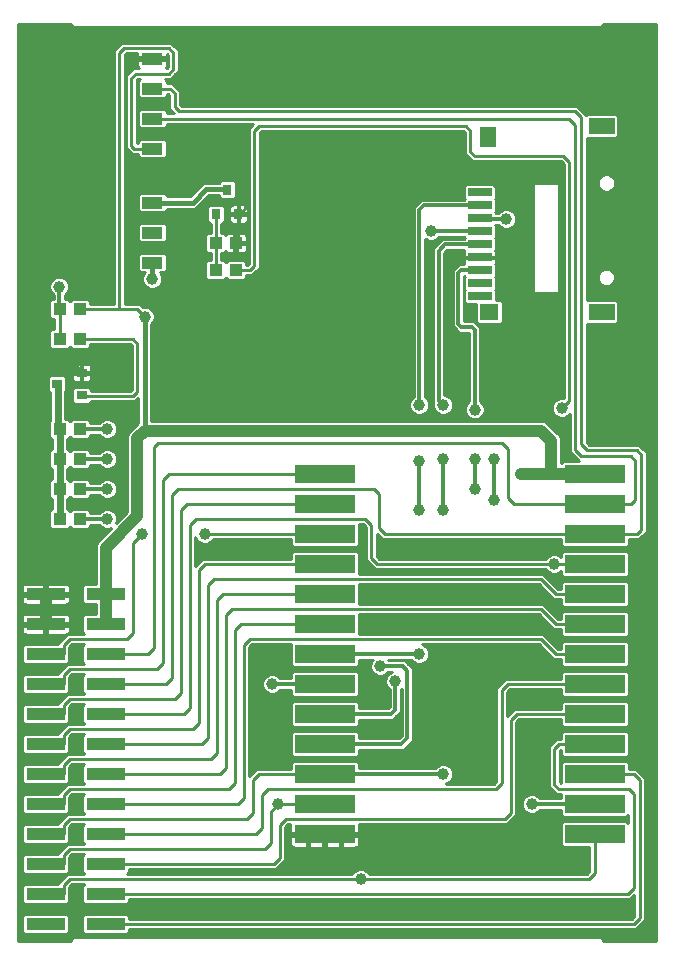
<source format=gtl>
G75*
%MOIN*%
%OFA0B0*%
%FSLAX25Y25*%
%IPPOS*%
%LPD*%
%AMOC8*
5,1,8,0,0,1.08239X$1,22.5*
%
%ADD10R,0.07874X0.02756*%
%ADD11R,0.06299X0.05512*%
%ADD12R,0.08661X0.05512*%
%ADD13R,0.05512X0.07087*%
%ADD14R,0.13000X0.04000*%
%ADD15R,0.03543X0.03150*%
%ADD16R,0.04331X0.03937*%
%ADD17R,0.20000X0.06000*%
%ADD18R,0.07000X0.04000*%
%ADD19R,0.03150X0.03543*%
%ADD20C,0.01000*%
%ADD21C,0.03962*%
%ADD22C,0.01200*%
%ADD23C,0.01600*%
%ADD24C,0.04000*%
%ADD25C,0.02400*%
D10*
X0161384Y0235713D03*
X0161384Y0240043D03*
X0161384Y0244374D03*
X0161384Y0248705D03*
X0161384Y0253035D03*
X0161384Y0257366D03*
X0161384Y0261697D03*
X0161384Y0266028D03*
X0161384Y0270358D03*
D11*
X0164534Y0230594D03*
D12*
X0201935Y0230594D03*
X0201935Y0292406D03*
D13*
X0164140Y0288862D03*
D14*
X0036671Y0136500D03*
X0036671Y0126500D03*
X0036671Y0116500D03*
X0036671Y0106500D03*
X0036671Y0096500D03*
X0036671Y0086500D03*
X0036671Y0076500D03*
X0036671Y0066500D03*
X0036671Y0056500D03*
X0036671Y0046500D03*
X0036671Y0036500D03*
X0036671Y0026500D03*
X0016671Y0026500D03*
X0016671Y0036500D03*
X0016671Y0046500D03*
X0016671Y0056500D03*
X0016671Y0066500D03*
X0016671Y0076500D03*
X0016671Y0086500D03*
X0016671Y0096500D03*
X0016671Y0106500D03*
X0016671Y0116500D03*
X0016671Y0126500D03*
X0016671Y0136500D03*
D15*
X0028608Y0202760D03*
X0028608Y0210240D03*
X0020341Y0206500D03*
D16*
X0021325Y0191500D03*
X0028018Y0191500D03*
X0028018Y0181500D03*
X0021325Y0181500D03*
X0021325Y0171500D03*
X0028018Y0171500D03*
X0028018Y0161500D03*
X0021325Y0161500D03*
X0021325Y0221500D03*
X0028018Y0221500D03*
X0028018Y0231500D03*
X0021325Y0231500D03*
X0073325Y0244500D03*
X0073325Y0253500D03*
X0080018Y0253500D03*
X0080018Y0244500D03*
D17*
X0109671Y0176500D03*
X0109671Y0166500D03*
X0109671Y0156500D03*
X0109671Y0146500D03*
X0109671Y0136500D03*
X0109671Y0126500D03*
X0109671Y0116500D03*
X0109671Y0106500D03*
X0109671Y0096500D03*
X0109671Y0086500D03*
X0109671Y0076500D03*
X0109671Y0066500D03*
X0109671Y0056500D03*
X0199671Y0056500D03*
X0199671Y0066500D03*
X0199671Y0076500D03*
X0199671Y0086500D03*
X0199671Y0096500D03*
X0199671Y0106500D03*
X0199671Y0116500D03*
X0199671Y0126500D03*
X0199671Y0136500D03*
X0199671Y0146500D03*
X0199671Y0156500D03*
X0199671Y0166500D03*
X0199671Y0176500D03*
D18*
X0052171Y0247000D03*
X0052171Y0257000D03*
X0052171Y0267000D03*
X0052171Y0285000D03*
X0052171Y0295000D03*
X0052171Y0305000D03*
X0052171Y0315000D03*
D19*
X0077171Y0271331D03*
X0073431Y0263063D03*
X0080912Y0263063D03*
D20*
X0025071Y0021000D02*
X0007271Y0021000D01*
X0007271Y0326500D01*
X0025071Y0326500D01*
X0025071Y0326044D01*
X0025716Y0325400D01*
X0201627Y0325400D01*
X0202271Y0326044D01*
X0202271Y0326500D01*
X0220071Y0326500D01*
X0220071Y0021000D01*
X0202271Y0021000D01*
X0202271Y0021456D01*
X0201627Y0022100D01*
X0025716Y0022100D01*
X0025071Y0021456D01*
X0025071Y0021000D01*
X0025079Y0021463D02*
X0007271Y0021463D01*
X0007271Y0022461D02*
X0220071Y0022461D01*
X0220071Y0021463D02*
X0202264Y0021463D01*
X0212671Y0026500D02*
X0214671Y0028500D01*
X0214671Y0074500D01*
X0212671Y0076500D01*
X0199671Y0076500D01*
X0199671Y0086500D02*
X0187671Y0086500D01*
X0186171Y0085000D01*
X0186171Y0073000D01*
X0187671Y0071500D01*
X0211171Y0071500D01*
X0212671Y0070000D01*
X0212671Y0038500D01*
X0210671Y0036500D01*
X0036671Y0036500D01*
X0029633Y0033200D02*
X0043710Y0033200D01*
X0044471Y0033962D01*
X0044471Y0034700D01*
X0211417Y0034700D01*
X0212871Y0036154D01*
X0212871Y0029246D01*
X0211926Y0028300D01*
X0044471Y0028300D01*
X0044471Y0029038D01*
X0043710Y0029800D01*
X0029633Y0029800D01*
X0028871Y0029038D01*
X0028871Y0023962D01*
X0029633Y0023200D01*
X0043710Y0023200D01*
X0044471Y0023962D01*
X0044471Y0024700D01*
X0213417Y0024700D01*
X0215417Y0026700D01*
X0216471Y0027754D01*
X0216471Y0075246D01*
X0214471Y0077246D01*
X0213417Y0078300D01*
X0210971Y0078300D01*
X0210971Y0080038D01*
X0210210Y0080800D01*
X0189133Y0080800D01*
X0188371Y0080038D01*
X0188371Y0073346D01*
X0187971Y0073746D01*
X0187971Y0084254D01*
X0188371Y0084654D01*
X0188371Y0082962D01*
X0189133Y0082200D01*
X0210210Y0082200D01*
X0210971Y0082962D01*
X0210971Y0090038D01*
X0210210Y0090800D01*
X0189133Y0090800D01*
X0188371Y0090038D01*
X0188371Y0088300D01*
X0186926Y0088300D01*
X0185871Y0087246D01*
X0184371Y0085746D01*
X0184371Y0072254D01*
X0185426Y0071200D01*
X0186926Y0069700D01*
X0188371Y0069700D01*
X0188371Y0068400D01*
X0181412Y0068400D01*
X0180530Y0069282D01*
X0179324Y0069781D01*
X0178019Y0069781D01*
X0176813Y0069282D01*
X0175890Y0068359D01*
X0175390Y0067153D01*
X0175390Y0065847D01*
X0175890Y0064641D01*
X0176813Y0063718D01*
X0178019Y0063219D01*
X0179324Y0063219D01*
X0180530Y0063718D01*
X0181412Y0064600D01*
X0188371Y0064600D01*
X0188371Y0062962D01*
X0189133Y0062200D01*
X0210210Y0062200D01*
X0210871Y0062862D01*
X0210871Y0060138D01*
X0210210Y0060800D01*
X0189133Y0060800D01*
X0188371Y0060038D01*
X0188371Y0052962D01*
X0189133Y0052200D01*
X0197871Y0052200D01*
X0197871Y0044246D01*
X0196926Y0043300D01*
X0124477Y0043300D01*
X0124453Y0043359D01*
X0123530Y0044282D01*
X0122324Y0044781D01*
X0121019Y0044781D01*
X0119813Y0044282D01*
X0118890Y0043359D01*
X0118866Y0043300D01*
X0043810Y0043300D01*
X0044471Y0043962D01*
X0044471Y0044700D01*
X0093417Y0044700D01*
X0096471Y0047754D01*
X0096471Y0058754D01*
X0097417Y0059700D01*
X0098172Y0059700D01*
X0098171Y0059697D01*
X0098171Y0057000D01*
X0109171Y0057000D01*
X0109171Y0056000D01*
X0098171Y0056000D01*
X0098171Y0053303D01*
X0098274Y0052921D01*
X0098471Y0052579D01*
X0098750Y0052300D01*
X0099092Y0052102D01*
X0099474Y0052000D01*
X0109171Y0052000D01*
X0109171Y0056000D01*
X0110171Y0056000D01*
X0110171Y0052000D01*
X0119869Y0052000D01*
X0120250Y0052102D01*
X0120592Y0052300D01*
X0120872Y0052579D01*
X0121069Y0052921D01*
X0121171Y0053303D01*
X0121171Y0056000D01*
X0110171Y0056000D01*
X0110171Y0057000D01*
X0121171Y0057000D01*
X0121171Y0059697D01*
X0121171Y0059700D01*
X0170417Y0059700D01*
X0172417Y0061700D01*
X0173471Y0062754D01*
X0173471Y0093754D01*
X0174417Y0094700D01*
X0188371Y0094700D01*
X0188371Y0092962D01*
X0189133Y0092200D01*
X0210210Y0092200D01*
X0210971Y0092962D01*
X0210971Y0100038D01*
X0210210Y0100800D01*
X0189133Y0100800D01*
X0188371Y0100038D01*
X0188371Y0098300D01*
X0172926Y0098300D01*
X0171871Y0097246D01*
X0170471Y0095846D01*
X0170471Y0103754D01*
X0171417Y0104700D01*
X0188371Y0104700D01*
X0188371Y0102962D01*
X0189133Y0102200D01*
X0210210Y0102200D01*
X0210971Y0102962D01*
X0210971Y0110038D01*
X0210210Y0110800D01*
X0189133Y0110800D01*
X0188371Y0110038D01*
X0188371Y0108300D01*
X0169926Y0108300D01*
X0168871Y0107246D01*
X0166871Y0105246D01*
X0166871Y0074246D01*
X0165926Y0073300D01*
X0150020Y0073300D01*
X0151030Y0073718D01*
X0151953Y0074641D01*
X0152452Y0075847D01*
X0152452Y0077153D01*
X0151953Y0078359D01*
X0151030Y0079282D01*
X0149824Y0079781D01*
X0148519Y0079781D01*
X0147313Y0079282D01*
X0146431Y0078400D01*
X0120971Y0078400D01*
X0120971Y0080038D01*
X0120210Y0080800D01*
X0099133Y0080800D01*
X0098371Y0080038D01*
X0098371Y0078300D01*
X0086926Y0078300D01*
X0085871Y0077246D01*
X0084471Y0075846D01*
X0084471Y0118754D01*
X0085417Y0119700D01*
X0098371Y0119700D01*
X0098371Y0112962D01*
X0099133Y0112200D01*
X0120210Y0112200D01*
X0120971Y0112962D01*
X0120971Y0114600D01*
X0125631Y0114600D01*
X0125390Y0114359D01*
X0124890Y0113153D01*
X0124890Y0111847D01*
X0125390Y0110641D01*
X0126313Y0109718D01*
X0127519Y0109219D01*
X0128824Y0109219D01*
X0130030Y0109718D01*
X0130912Y0110600D01*
X0132082Y0110600D01*
X0131313Y0110282D01*
X0130390Y0109359D01*
X0129890Y0108153D01*
X0129890Y0106847D01*
X0130390Y0105641D01*
X0131271Y0104760D01*
X0131271Y0098787D01*
X0130884Y0098400D01*
X0120971Y0098400D01*
X0120971Y0100038D01*
X0120210Y0100800D01*
X0099133Y0100800D01*
X0098371Y0100038D01*
X0098371Y0092962D01*
X0099133Y0092200D01*
X0120210Y0092200D01*
X0120971Y0092962D01*
X0120971Y0094600D01*
X0132458Y0094600D01*
X0133571Y0095713D01*
X0135071Y0097213D01*
X0135071Y0104760D01*
X0135271Y0104960D01*
X0135271Y0089287D01*
X0134384Y0088400D01*
X0120971Y0088400D01*
X0120971Y0090038D01*
X0120210Y0090800D01*
X0099133Y0090800D01*
X0098371Y0090038D01*
X0098371Y0082962D01*
X0099133Y0082200D01*
X0120210Y0082200D01*
X0120971Y0082962D01*
X0120971Y0084600D01*
X0135958Y0084600D01*
X0137958Y0086600D01*
X0139071Y0087713D01*
X0139071Y0111787D01*
X0137571Y0113287D01*
X0136458Y0114400D01*
X0130912Y0114400D01*
X0130712Y0114600D01*
X0138431Y0114600D01*
X0139313Y0113718D01*
X0140519Y0113219D01*
X0141824Y0113219D01*
X0143030Y0113718D01*
X0143953Y0114641D01*
X0144452Y0115847D01*
X0144452Y0117153D01*
X0143953Y0118359D01*
X0143030Y0119282D01*
X0142020Y0119700D01*
X0180926Y0119700D01*
X0184871Y0115754D01*
X0185926Y0114700D01*
X0188371Y0114700D01*
X0188371Y0112962D01*
X0189133Y0112200D01*
X0210210Y0112200D01*
X0210971Y0112962D01*
X0210971Y0120038D01*
X0210210Y0120800D01*
X0189133Y0120800D01*
X0188371Y0120038D01*
X0188371Y0118300D01*
X0187417Y0118300D01*
X0182417Y0123300D01*
X0120971Y0123300D01*
X0120971Y0129700D01*
X0180926Y0129700D01*
X0184871Y0125754D01*
X0185926Y0124700D01*
X0188371Y0124700D01*
X0188371Y0122962D01*
X0189133Y0122200D01*
X0210210Y0122200D01*
X0210971Y0122962D01*
X0210971Y0130038D01*
X0210210Y0130800D01*
X0189133Y0130800D01*
X0188371Y0130038D01*
X0188371Y0128300D01*
X0187417Y0128300D01*
X0182417Y0133300D01*
X0120971Y0133300D01*
X0120971Y0139700D01*
X0180926Y0139700D01*
X0184871Y0135754D01*
X0185926Y0134700D01*
X0188371Y0134700D01*
X0188371Y0132962D01*
X0189133Y0132200D01*
X0210210Y0132200D01*
X0210971Y0132962D01*
X0210971Y0140038D01*
X0210210Y0140800D01*
X0189133Y0140800D01*
X0188371Y0140038D01*
X0188371Y0138300D01*
X0187417Y0138300D01*
X0182417Y0143300D01*
X0120971Y0143300D01*
X0120971Y0150038D01*
X0120210Y0150800D01*
X0099133Y0150800D01*
X0098371Y0150038D01*
X0098371Y0148300D01*
X0068926Y0148300D01*
X0067871Y0147246D01*
X0066471Y0145846D01*
X0066471Y0155652D01*
X0066890Y0154641D01*
X0067813Y0153718D01*
X0069019Y0153219D01*
X0070324Y0153219D01*
X0071530Y0153718D01*
X0072453Y0154641D01*
X0072477Y0154700D01*
X0098371Y0154700D01*
X0098371Y0152962D01*
X0099133Y0152200D01*
X0120210Y0152200D01*
X0120971Y0152962D01*
X0120971Y0159700D01*
X0122426Y0159700D01*
X0123371Y0158754D01*
X0123371Y0147754D01*
X0125371Y0145754D01*
X0126426Y0144700D01*
X0183366Y0144700D01*
X0183390Y0144641D01*
X0184313Y0143718D01*
X0185519Y0143219D01*
X0186824Y0143219D01*
X0188030Y0143718D01*
X0188371Y0144060D01*
X0188371Y0142962D01*
X0189133Y0142200D01*
X0210210Y0142200D01*
X0210971Y0142962D01*
X0210971Y0150038D01*
X0210210Y0150800D01*
X0189133Y0150800D01*
X0188371Y0150038D01*
X0188371Y0148940D01*
X0188030Y0149282D01*
X0186824Y0149781D01*
X0185519Y0149781D01*
X0184313Y0149282D01*
X0183390Y0148359D01*
X0183366Y0148300D01*
X0127917Y0148300D01*
X0126971Y0149246D01*
X0126971Y0156654D01*
X0127871Y0155754D01*
X0128926Y0154700D01*
X0188371Y0154700D01*
X0188371Y0152962D01*
X0189133Y0152200D01*
X0210210Y0152200D01*
X0210971Y0152962D01*
X0210971Y0154700D01*
X0214417Y0154700D01*
X0215471Y0155754D01*
X0216971Y0157254D01*
X0216971Y0183746D01*
X0215917Y0184800D01*
X0214417Y0186300D01*
X0197917Y0186300D01*
X0196971Y0187246D01*
X0196971Y0226633D01*
X0197066Y0226539D01*
X0206804Y0226539D01*
X0207566Y0227300D01*
X0207566Y0233889D01*
X0206804Y0234650D01*
X0197066Y0234650D01*
X0196971Y0234556D01*
X0196971Y0288444D01*
X0197066Y0288350D01*
X0206804Y0288350D01*
X0207566Y0289111D01*
X0207566Y0295700D01*
X0206804Y0296461D01*
X0197066Y0296461D01*
X0196911Y0296306D01*
X0193917Y0299300D01*
X0061917Y0299300D01*
X0061471Y0299746D01*
X0061471Y0304246D01*
X0060417Y0305300D01*
X0058917Y0306800D01*
X0056971Y0306800D01*
X0056971Y0307538D01*
X0056310Y0308200D01*
X0058417Y0308200D01*
X0059917Y0309700D01*
X0060971Y0310754D01*
X0060971Y0317746D01*
X0059471Y0319246D01*
X0058417Y0320300D01*
X0041926Y0320300D01*
X0040426Y0318800D01*
X0039371Y0317746D01*
X0039371Y0233300D01*
X0031483Y0233300D01*
X0031483Y0234007D01*
X0030722Y0234768D01*
X0025314Y0234768D01*
X0024671Y0234126D01*
X0024029Y0234768D01*
X0023071Y0234768D01*
X0023071Y0236260D01*
X0023953Y0237141D01*
X0039371Y0237141D01*
X0039371Y0236143D02*
X0023071Y0236143D01*
X0023071Y0235144D02*
X0039371Y0235144D01*
X0039371Y0234146D02*
X0031344Y0234146D01*
X0028018Y0231500D02*
X0041171Y0231500D01*
X0041171Y0317000D01*
X0042671Y0318500D01*
X0057671Y0318500D01*
X0059171Y0317000D01*
X0059171Y0311500D01*
X0057671Y0310000D01*
X0046671Y0310000D01*
X0045171Y0308500D01*
X0045171Y0286000D01*
X0046171Y0285000D01*
X0052171Y0285000D01*
X0056971Y0285070D02*
X0084371Y0285070D01*
X0084371Y0286068D02*
X0056971Y0286068D01*
X0056971Y0287067D02*
X0084371Y0287067D01*
X0084371Y0288065D02*
X0056445Y0288065D01*
X0056210Y0288300D02*
X0048133Y0288300D01*
X0047371Y0287538D01*
X0047371Y0286800D01*
X0046971Y0286800D01*
X0046971Y0307754D01*
X0047417Y0308200D01*
X0048033Y0308200D01*
X0047371Y0307538D01*
X0047371Y0302462D01*
X0048133Y0301700D01*
X0056210Y0301700D01*
X0056971Y0302462D01*
X0056971Y0303200D01*
X0057426Y0303200D01*
X0057871Y0302754D01*
X0057871Y0298254D01*
X0059326Y0296800D01*
X0056971Y0296800D01*
X0056971Y0297538D01*
X0056210Y0298300D01*
X0048133Y0298300D01*
X0047371Y0297538D01*
X0047371Y0292462D01*
X0048133Y0291700D01*
X0056210Y0291700D01*
X0056971Y0292462D01*
X0056971Y0293200D01*
X0085826Y0293200D01*
X0084371Y0291746D01*
X0084371Y0246746D01*
X0083926Y0246300D01*
X0083483Y0246300D01*
X0083483Y0247007D01*
X0082722Y0247768D01*
X0077314Y0247768D01*
X0076671Y0247126D01*
X0076672Y0247126D01*
X0076671Y0247126D02*
X0076029Y0247768D01*
X0075231Y0247768D01*
X0075231Y0250231D01*
X0076029Y0250231D01*
X0076563Y0250765D01*
X0076652Y0250610D01*
X0076931Y0250331D01*
X0077273Y0250134D01*
X0077655Y0250031D01*
X0079534Y0250031D01*
X0079534Y0253016D01*
X0080502Y0253016D01*
X0080502Y0253984D01*
X0083683Y0253984D01*
X0083683Y0255666D01*
X0083581Y0256047D01*
X0083383Y0256390D01*
X0083104Y0256669D01*
X0082762Y0256866D01*
X0082381Y0256968D01*
X0080502Y0256968D01*
X0080502Y0253984D01*
X0079534Y0253984D01*
X0079534Y0256968D01*
X0077655Y0256968D01*
X0077273Y0256866D01*
X0076931Y0256669D01*
X0076652Y0256390D01*
X0076563Y0256235D01*
X0076029Y0256768D01*
X0075231Y0256768D01*
X0075231Y0259991D01*
X0075544Y0259991D01*
X0076306Y0260753D01*
X0076306Y0265373D01*
X0075544Y0266135D01*
X0071318Y0266135D01*
X0070556Y0265373D01*
X0070556Y0260753D01*
X0071318Y0259991D01*
X0071631Y0259991D01*
X0071631Y0256768D01*
X0070621Y0256768D01*
X0069860Y0256007D01*
X0069860Y0250993D01*
X0070621Y0250231D01*
X0071631Y0250231D01*
X0071631Y0247768D01*
X0070621Y0247768D01*
X0069860Y0247007D01*
X0069860Y0241993D01*
X0070621Y0241231D01*
X0076029Y0241231D01*
X0076671Y0241874D01*
X0077314Y0241231D01*
X0082722Y0241231D01*
X0083483Y0241993D01*
X0083483Y0242700D01*
X0085417Y0242700D01*
X0086917Y0244200D01*
X0087971Y0245254D01*
X0087971Y0290254D01*
X0088417Y0290700D01*
X0155926Y0290700D01*
X0156371Y0290254D01*
X0156371Y0283254D01*
X0157871Y0281754D01*
X0158926Y0280700D01*
X0188426Y0280700D01*
X0189371Y0279754D01*
X0189371Y0201761D01*
X0189324Y0201781D01*
X0188019Y0201781D01*
X0186813Y0201282D01*
X0185890Y0200359D01*
X0185390Y0199153D01*
X0185390Y0197847D01*
X0185890Y0196641D01*
X0186813Y0195718D01*
X0188019Y0195219D01*
X0189324Y0195219D01*
X0190530Y0195718D01*
X0191371Y0196560D01*
X0191371Y0183754D01*
X0193371Y0181754D01*
X0194326Y0180800D01*
X0189133Y0180800D01*
X0188471Y0180138D01*
X0188471Y0188156D01*
X0187969Y0189369D01*
X0187041Y0190298D01*
X0183541Y0193798D01*
X0182328Y0194300D01*
X0051771Y0194300D01*
X0051771Y0226460D01*
X0052453Y0227141D01*
X0052952Y0228347D01*
X0052952Y0229653D01*
X0052453Y0230859D01*
X0051530Y0231782D01*
X0050324Y0232281D01*
X0049019Y0232281D01*
X0048960Y0232257D01*
X0047917Y0233300D01*
X0042971Y0233300D01*
X0042971Y0316254D01*
X0043417Y0316700D01*
X0047171Y0316700D01*
X0047171Y0315500D01*
X0051671Y0315500D01*
X0051671Y0314500D01*
X0047171Y0314500D01*
X0047171Y0312803D01*
X0047274Y0312421D01*
X0047471Y0312079D01*
X0047750Y0311800D01*
X0045926Y0311800D01*
X0044871Y0310746D01*
X0043371Y0309246D01*
X0043371Y0285254D01*
X0044426Y0284200D01*
X0045426Y0283200D01*
X0047371Y0283200D01*
X0047371Y0282462D01*
X0048133Y0281700D01*
X0056210Y0281700D01*
X0056971Y0282462D01*
X0056971Y0287538D01*
X0056210Y0288300D01*
X0056971Y0284071D02*
X0084371Y0284071D01*
X0084371Y0283073D02*
X0056971Y0283073D01*
X0056584Y0282074D02*
X0084371Y0282074D01*
X0084371Y0281076D02*
X0042971Y0281076D01*
X0042971Y0282074D02*
X0047759Y0282074D01*
X0047371Y0283073D02*
X0042971Y0283073D01*
X0042971Y0284071D02*
X0044555Y0284071D01*
X0043556Y0285070D02*
X0042971Y0285070D01*
X0042971Y0286068D02*
X0043371Y0286068D01*
X0043371Y0287067D02*
X0042971Y0287067D01*
X0042971Y0288065D02*
X0043371Y0288065D01*
X0043371Y0289064D02*
X0042971Y0289064D01*
X0042971Y0290062D02*
X0043371Y0290062D01*
X0043371Y0291061D02*
X0042971Y0291061D01*
X0042971Y0292059D02*
X0043371Y0292059D01*
X0043371Y0293058D02*
X0042971Y0293058D01*
X0042971Y0294056D02*
X0043371Y0294056D01*
X0043371Y0295055D02*
X0042971Y0295055D01*
X0042971Y0296053D02*
X0043371Y0296053D01*
X0043371Y0297052D02*
X0042971Y0297052D01*
X0042971Y0298050D02*
X0043371Y0298050D01*
X0043371Y0299049D02*
X0042971Y0299049D01*
X0042971Y0300047D02*
X0043371Y0300047D01*
X0043371Y0301046D02*
X0042971Y0301046D01*
X0042971Y0302044D02*
X0043371Y0302044D01*
X0043371Y0303043D02*
X0042971Y0303043D01*
X0042971Y0304041D02*
X0043371Y0304041D01*
X0043371Y0305040D02*
X0042971Y0305040D01*
X0042971Y0306039D02*
X0043371Y0306039D01*
X0043371Y0307037D02*
X0042971Y0307037D01*
X0042971Y0308036D02*
X0043371Y0308036D01*
X0043371Y0309034D02*
X0042971Y0309034D01*
X0042971Y0310033D02*
X0044158Y0310033D01*
X0045157Y0311031D02*
X0042971Y0311031D01*
X0042971Y0312030D02*
X0047520Y0312030D01*
X0047171Y0313028D02*
X0042971Y0313028D01*
X0043171Y0313500D02*
X0043171Y0276000D01*
X0081671Y0276000D01*
X0083171Y0274500D01*
X0083171Y0265000D01*
X0080912Y0262740D01*
X0080912Y0263063D01*
X0081199Y0263103D02*
X0084371Y0263103D01*
X0083986Y0263350D02*
X0083986Y0265032D01*
X0083884Y0265414D01*
X0083687Y0265756D01*
X0083407Y0266035D01*
X0083065Y0266232D01*
X0082684Y0266335D01*
X0081199Y0266335D01*
X0081199Y0263350D01*
X0083986Y0263350D01*
X0083986Y0262776D02*
X0081199Y0262776D01*
X0081199Y0263350D01*
X0080624Y0263350D01*
X0080624Y0262776D01*
X0077837Y0262776D01*
X0077837Y0261094D01*
X0077939Y0260712D01*
X0078136Y0260370D01*
X0078416Y0260091D01*
X0078758Y0259894D01*
X0079139Y0259791D01*
X0080624Y0259791D01*
X0080624Y0262776D01*
X0081199Y0262776D01*
X0081199Y0259791D01*
X0082684Y0259791D01*
X0083065Y0259894D01*
X0083407Y0260091D01*
X0083687Y0260370D01*
X0083884Y0260712D01*
X0083986Y0261094D01*
X0083986Y0262776D01*
X0083986Y0262104D02*
X0084371Y0262104D01*
X0084371Y0261105D02*
X0083986Y0261105D01*
X0084371Y0260107D02*
X0083423Y0260107D01*
X0084371Y0259108D02*
X0075231Y0259108D01*
X0075231Y0258110D02*
X0084371Y0258110D01*
X0084371Y0257111D02*
X0075231Y0257111D01*
X0075660Y0260107D02*
X0078400Y0260107D01*
X0077837Y0261105D02*
X0076306Y0261105D01*
X0076306Y0262104D02*
X0077837Y0262104D01*
X0077837Y0263350D02*
X0080624Y0263350D01*
X0080624Y0266335D01*
X0079139Y0266335D01*
X0078758Y0266232D01*
X0078416Y0266035D01*
X0078136Y0265756D01*
X0077939Y0265414D01*
X0077837Y0265032D01*
X0077837Y0263350D01*
X0077837Y0264101D02*
X0076306Y0264101D01*
X0076306Y0263103D02*
X0080624Y0263103D01*
X0080912Y0262740D02*
X0080912Y0253394D01*
X0080018Y0253500D01*
X0080502Y0253117D02*
X0084371Y0253117D01*
X0083683Y0253016D02*
X0080502Y0253016D01*
X0080502Y0250031D01*
X0082381Y0250031D01*
X0082762Y0250134D01*
X0083104Y0250331D01*
X0083383Y0250610D01*
X0083581Y0250953D01*
X0083683Y0251334D01*
X0083683Y0253016D01*
X0083683Y0252119D02*
X0084371Y0252119D01*
X0084371Y0251120D02*
X0083626Y0251120D01*
X0084371Y0250122D02*
X0082718Y0250122D01*
X0084371Y0249123D02*
X0075231Y0249123D01*
X0075231Y0248125D02*
X0084371Y0248125D01*
X0084371Y0247126D02*
X0083364Y0247126D01*
X0084671Y0244500D02*
X0086171Y0246000D01*
X0086171Y0291000D01*
X0087671Y0292500D01*
X0156671Y0292500D01*
X0158171Y0291000D01*
X0158171Y0284000D01*
X0159671Y0282500D01*
X0189171Y0282500D01*
X0191171Y0280500D01*
X0191171Y0201000D01*
X0188671Y0198500D01*
X0186329Y0196202D02*
X0162478Y0196202D01*
X0162453Y0196141D02*
X0162952Y0197347D01*
X0162952Y0198653D01*
X0162453Y0199859D01*
X0161571Y0200740D01*
X0161571Y0225287D01*
X0159458Y0227400D01*
X0156071Y0227400D01*
X0156071Y0242600D01*
X0156147Y0242600D01*
X0156147Y0242458D01*
X0156396Y0242209D01*
X0156147Y0241960D01*
X0156147Y0238127D01*
X0156396Y0237878D01*
X0156147Y0237629D01*
X0156147Y0233796D01*
X0156908Y0233035D01*
X0160084Y0233035D01*
X0160084Y0227300D01*
X0160845Y0226539D01*
X0168222Y0226539D01*
X0168983Y0227300D01*
X0168983Y0233889D01*
X0168222Y0234650D01*
X0166621Y0234650D01*
X0166621Y0237629D01*
X0166372Y0237878D01*
X0166621Y0238127D01*
X0166621Y0241960D01*
X0166372Y0242209D01*
X0166621Y0242458D01*
X0166621Y0246290D01*
X0166513Y0246398D01*
X0166521Y0246406D01*
X0166719Y0246748D01*
X0166821Y0247129D01*
X0166821Y0248516D01*
X0161573Y0248516D01*
X0161573Y0248894D01*
X0166821Y0248894D01*
X0166821Y0250280D01*
X0166719Y0250662D01*
X0166521Y0251004D01*
X0166513Y0251011D01*
X0166621Y0251119D01*
X0166621Y0254952D01*
X0166372Y0255201D01*
X0166621Y0255450D01*
X0166621Y0259283D01*
X0166372Y0259531D01*
X0166441Y0259600D01*
X0167431Y0259600D01*
X0168313Y0258718D01*
X0169519Y0258219D01*
X0170824Y0258219D01*
X0172030Y0258718D01*
X0172953Y0259641D01*
X0173452Y0260847D01*
X0173452Y0262153D01*
X0172953Y0263359D01*
X0172030Y0264282D01*
X0170824Y0264781D01*
X0169519Y0264781D01*
X0168313Y0264282D01*
X0167431Y0263400D01*
X0166621Y0263400D01*
X0166621Y0263613D01*
X0166372Y0263862D01*
X0166621Y0264111D01*
X0166621Y0267944D01*
X0166372Y0268193D01*
X0166621Y0268442D01*
X0166621Y0272275D01*
X0165859Y0273036D01*
X0156908Y0273036D01*
X0156147Y0272275D01*
X0156147Y0268442D01*
X0156396Y0268193D01*
X0156147Y0267944D01*
X0156147Y0267928D01*
X0141912Y0267928D01*
X0140384Y0266400D01*
X0139271Y0265287D01*
X0139271Y0202240D01*
X0138390Y0201359D01*
X0137890Y0200153D01*
X0137890Y0198847D01*
X0138390Y0197641D01*
X0139313Y0196718D01*
X0140519Y0196219D01*
X0141824Y0196219D01*
X0143030Y0196718D01*
X0143953Y0197641D01*
X0144452Y0198847D01*
X0144452Y0200153D01*
X0143953Y0201359D01*
X0143071Y0202240D01*
X0143071Y0254960D01*
X0143313Y0254718D01*
X0144519Y0254219D01*
X0145824Y0254219D01*
X0147030Y0254718D01*
X0147778Y0255466D01*
X0156147Y0255466D01*
X0156147Y0255450D01*
X0156396Y0255201D01*
X0156147Y0254952D01*
X0156147Y0254935D01*
X0148920Y0254935D01*
X0146884Y0252900D01*
X0145771Y0251787D01*
X0145771Y0200213D01*
X0145890Y0200094D01*
X0145890Y0198847D01*
X0146390Y0197641D01*
X0147313Y0196718D01*
X0148519Y0196219D01*
X0149824Y0196219D01*
X0151030Y0196718D01*
X0151953Y0197641D01*
X0152452Y0198847D01*
X0152452Y0200153D01*
X0151953Y0201359D01*
X0151030Y0202282D01*
X0149824Y0202781D01*
X0149571Y0202781D01*
X0149571Y0250213D01*
X0150494Y0251135D01*
X0156147Y0251135D01*
X0156147Y0251119D01*
X0156254Y0251011D01*
X0156247Y0251004D01*
X0156049Y0250662D01*
X0155947Y0250280D01*
X0155947Y0248894D01*
X0161195Y0248894D01*
X0161195Y0248516D01*
X0155947Y0248516D01*
X0155947Y0247129D01*
X0156049Y0246748D01*
X0156247Y0246406D01*
X0156252Y0246400D01*
X0154384Y0246400D01*
X0153384Y0245400D01*
X0152271Y0244287D01*
X0152271Y0225713D01*
X0153271Y0224713D01*
X0154384Y0223600D01*
X0157771Y0223600D01*
X0157771Y0200740D01*
X0156890Y0199859D01*
X0156390Y0198653D01*
X0156390Y0197347D01*
X0156890Y0196141D01*
X0157813Y0195218D01*
X0159019Y0194719D01*
X0160324Y0194719D01*
X0161530Y0195218D01*
X0162453Y0196141D01*
X0162892Y0197201D02*
X0185658Y0197201D01*
X0185390Y0198199D02*
X0162952Y0198199D01*
X0162727Y0199198D02*
X0185409Y0199198D01*
X0185823Y0200196D02*
X0162115Y0200196D01*
X0161571Y0201195D02*
X0186726Y0201195D01*
X0189371Y0202193D02*
X0161571Y0202193D01*
X0161571Y0203192D02*
X0189371Y0203192D01*
X0189371Y0204190D02*
X0161571Y0204190D01*
X0161571Y0205189D02*
X0189371Y0205189D01*
X0189371Y0206187D02*
X0161571Y0206187D01*
X0161571Y0207186D02*
X0189371Y0207186D01*
X0189371Y0208184D02*
X0161571Y0208184D01*
X0161571Y0209183D02*
X0189371Y0209183D01*
X0189371Y0210181D02*
X0161571Y0210181D01*
X0161571Y0211180D02*
X0189371Y0211180D01*
X0189371Y0212178D02*
X0161571Y0212178D01*
X0161571Y0213177D02*
X0189371Y0213177D01*
X0189371Y0214175D02*
X0161571Y0214175D01*
X0161571Y0215174D02*
X0189371Y0215174D01*
X0189371Y0216172D02*
X0161571Y0216172D01*
X0161571Y0217171D02*
X0189371Y0217171D01*
X0189371Y0218170D02*
X0161571Y0218170D01*
X0161571Y0219168D02*
X0189371Y0219168D01*
X0189371Y0220167D02*
X0161571Y0220167D01*
X0161571Y0221165D02*
X0189371Y0221165D01*
X0189371Y0222164D02*
X0161571Y0222164D01*
X0161571Y0223162D02*
X0189371Y0223162D01*
X0189371Y0224161D02*
X0161571Y0224161D01*
X0161571Y0225159D02*
X0189371Y0225159D01*
X0189371Y0226158D02*
X0160701Y0226158D01*
X0160228Y0227156D02*
X0159702Y0227156D01*
X0160084Y0228155D02*
X0156071Y0228155D01*
X0156071Y0229153D02*
X0160084Y0229153D01*
X0160084Y0230152D02*
X0156071Y0230152D01*
X0156071Y0231150D02*
X0160084Y0231150D01*
X0160084Y0232149D02*
X0156071Y0232149D01*
X0156071Y0233147D02*
X0156796Y0233147D01*
X0156147Y0234146D02*
X0156071Y0234146D01*
X0156071Y0235144D02*
X0156147Y0235144D01*
X0156147Y0236143D02*
X0156071Y0236143D01*
X0156071Y0237141D02*
X0156147Y0237141D01*
X0156147Y0238140D02*
X0156071Y0238140D01*
X0156071Y0239138D02*
X0156147Y0239138D01*
X0156147Y0240137D02*
X0156071Y0240137D01*
X0156071Y0241135D02*
X0156147Y0241135D01*
X0156071Y0242134D02*
X0156321Y0242134D01*
X0153114Y0245129D02*
X0149571Y0245129D01*
X0149571Y0244131D02*
X0152271Y0244131D01*
X0152271Y0243132D02*
X0149571Y0243132D01*
X0149571Y0242134D02*
X0152271Y0242134D01*
X0152271Y0241135D02*
X0149571Y0241135D01*
X0149571Y0240137D02*
X0152271Y0240137D01*
X0152271Y0239138D02*
X0149571Y0239138D01*
X0149571Y0238140D02*
X0152271Y0238140D01*
X0152271Y0237141D02*
X0149571Y0237141D01*
X0149571Y0236143D02*
X0152271Y0236143D01*
X0152271Y0235144D02*
X0149571Y0235144D01*
X0149571Y0234146D02*
X0152271Y0234146D01*
X0152271Y0233147D02*
X0149571Y0233147D01*
X0149571Y0232149D02*
X0152271Y0232149D01*
X0152271Y0231150D02*
X0149571Y0231150D01*
X0149571Y0230152D02*
X0152271Y0230152D01*
X0152271Y0229153D02*
X0149571Y0229153D01*
X0149571Y0228155D02*
X0152271Y0228155D01*
X0152271Y0227156D02*
X0149571Y0227156D01*
X0149571Y0226158D02*
X0152271Y0226158D01*
X0152825Y0225159D02*
X0149571Y0225159D01*
X0149571Y0224161D02*
X0153824Y0224161D01*
X0157771Y0223162D02*
X0149571Y0223162D01*
X0149571Y0222164D02*
X0157771Y0222164D01*
X0157771Y0221165D02*
X0149571Y0221165D01*
X0149571Y0220167D02*
X0157771Y0220167D01*
X0157771Y0219168D02*
X0149571Y0219168D01*
X0149571Y0218170D02*
X0157771Y0218170D01*
X0157771Y0217171D02*
X0149571Y0217171D01*
X0149571Y0216172D02*
X0157771Y0216172D01*
X0157771Y0215174D02*
X0149571Y0215174D01*
X0149571Y0214175D02*
X0157771Y0214175D01*
X0157771Y0213177D02*
X0149571Y0213177D01*
X0149571Y0212178D02*
X0157771Y0212178D01*
X0157771Y0211180D02*
X0149571Y0211180D01*
X0149571Y0210181D02*
X0157771Y0210181D01*
X0157771Y0209183D02*
X0149571Y0209183D01*
X0149571Y0208184D02*
X0157771Y0208184D01*
X0157771Y0207186D02*
X0149571Y0207186D01*
X0149571Y0206187D02*
X0157771Y0206187D01*
X0157771Y0205189D02*
X0149571Y0205189D01*
X0149571Y0204190D02*
X0157771Y0204190D01*
X0157771Y0203192D02*
X0149571Y0203192D01*
X0151118Y0202193D02*
X0157771Y0202193D01*
X0157771Y0201195D02*
X0152021Y0201195D01*
X0152434Y0200196D02*
X0157228Y0200196D01*
X0156616Y0199198D02*
X0152452Y0199198D01*
X0152184Y0198199D02*
X0156390Y0198199D01*
X0156451Y0197201D02*
X0151512Y0197201D01*
X0153671Y0196500D02*
X0152171Y0195000D01*
X0055671Y0195000D01*
X0054171Y0196500D01*
X0054171Y0210500D01*
X0054171Y0231500D01*
X0052171Y0233500D01*
X0045171Y0233500D01*
X0043171Y0235500D01*
X0043171Y0276000D01*
X0042971Y0276083D02*
X0084371Y0276083D01*
X0084371Y0275085D02*
X0042971Y0275085D01*
X0042971Y0274086D02*
X0074742Y0274086D01*
X0075058Y0274402D02*
X0074297Y0273641D01*
X0074297Y0273600D01*
X0069302Y0273600D01*
X0068071Y0272370D01*
X0064802Y0269100D01*
X0056971Y0269100D01*
X0056971Y0269538D01*
X0056210Y0270300D01*
X0048133Y0270300D01*
X0047371Y0269538D01*
X0047371Y0264462D01*
X0048133Y0263700D01*
X0056210Y0263700D01*
X0056971Y0264462D01*
X0056971Y0264900D01*
X0066541Y0264900D01*
X0071041Y0269400D01*
X0074297Y0269400D01*
X0074297Y0269021D01*
X0075058Y0268259D01*
X0079285Y0268259D01*
X0080046Y0269021D01*
X0080046Y0273641D01*
X0079285Y0274402D01*
X0075058Y0274402D01*
X0077002Y0271500D02*
X0077171Y0271331D01*
X0080046Y0271091D02*
X0084371Y0271091D01*
X0084371Y0272089D02*
X0080046Y0272089D01*
X0080046Y0273088D02*
X0084371Y0273088D01*
X0084371Y0274086D02*
X0079601Y0274086D01*
X0080046Y0270092D02*
X0084371Y0270092D01*
X0084371Y0269094D02*
X0080046Y0269094D01*
X0080624Y0266098D02*
X0081199Y0266098D01*
X0081199Y0265100D02*
X0080624Y0265100D01*
X0080624Y0264101D02*
X0081199Y0264101D01*
X0081199Y0262104D02*
X0080624Y0262104D01*
X0080624Y0261105D02*
X0081199Y0261105D01*
X0081199Y0260107D02*
X0080624Y0260107D01*
X0080502Y0256113D02*
X0079534Y0256113D01*
X0079534Y0255114D02*
X0080502Y0255114D01*
X0080502Y0254116D02*
X0079534Y0254116D01*
X0079534Y0252119D02*
X0080502Y0252119D01*
X0080502Y0251120D02*
X0079534Y0251120D01*
X0079534Y0250122D02*
X0080502Y0250122D01*
X0077318Y0250122D02*
X0075231Y0250122D01*
X0073431Y0253106D02*
X0073431Y0244894D01*
X0073325Y0244500D01*
X0069860Y0244131D02*
X0056641Y0244131D01*
X0056971Y0244462D02*
X0056971Y0249538D01*
X0056210Y0250300D01*
X0048133Y0250300D01*
X0047371Y0249538D01*
X0047371Y0244462D01*
X0048133Y0243700D01*
X0049731Y0243700D01*
X0049390Y0243359D01*
X0048890Y0242153D01*
X0048890Y0240847D01*
X0049390Y0239641D01*
X0050313Y0238718D01*
X0051519Y0238219D01*
X0052824Y0238219D01*
X0054030Y0238718D01*
X0054953Y0239641D01*
X0055452Y0240847D01*
X0055452Y0242153D01*
X0054953Y0243359D01*
X0054612Y0243700D01*
X0056210Y0243700D01*
X0056971Y0244462D01*
X0056971Y0245129D02*
X0069860Y0245129D01*
X0069860Y0246128D02*
X0056971Y0246128D01*
X0056971Y0247126D02*
X0069979Y0247126D01*
X0071631Y0248125D02*
X0056971Y0248125D01*
X0056971Y0249123D02*
X0071631Y0249123D01*
X0071631Y0250122D02*
X0056388Y0250122D01*
X0056210Y0253700D02*
X0056971Y0254462D01*
X0056971Y0259538D01*
X0056210Y0260300D01*
X0048133Y0260300D01*
X0047371Y0259538D01*
X0047371Y0254462D01*
X0048133Y0253700D01*
X0056210Y0253700D01*
X0056626Y0254116D02*
X0069860Y0254116D01*
X0069860Y0255114D02*
X0056971Y0255114D01*
X0056971Y0256113D02*
X0069966Y0256113D01*
X0071631Y0257111D02*
X0056971Y0257111D01*
X0056971Y0258110D02*
X0071631Y0258110D01*
X0071631Y0259108D02*
X0056971Y0259108D01*
X0056403Y0260107D02*
X0071202Y0260107D01*
X0070556Y0261105D02*
X0042971Y0261105D01*
X0042971Y0260107D02*
X0047940Y0260107D01*
X0047371Y0259108D02*
X0042971Y0259108D01*
X0042971Y0258110D02*
X0047371Y0258110D01*
X0047371Y0257111D02*
X0042971Y0257111D01*
X0042971Y0256113D02*
X0047371Y0256113D01*
X0047371Y0255114D02*
X0042971Y0255114D01*
X0042971Y0254116D02*
X0047717Y0254116D01*
X0047955Y0250122D02*
X0042971Y0250122D01*
X0042971Y0251120D02*
X0069860Y0251120D01*
X0069860Y0252119D02*
X0042971Y0252119D01*
X0042971Y0253117D02*
X0069860Y0253117D01*
X0073325Y0253500D02*
X0073431Y0253106D01*
X0073431Y0263063D01*
X0070556Y0263103D02*
X0042971Y0263103D01*
X0042971Y0264101D02*
X0047732Y0264101D01*
X0047371Y0265100D02*
X0042971Y0265100D01*
X0042971Y0266098D02*
X0047371Y0266098D01*
X0047371Y0267097D02*
X0042971Y0267097D01*
X0042971Y0268095D02*
X0047371Y0268095D01*
X0047371Y0269094D02*
X0042971Y0269094D01*
X0042971Y0270092D02*
X0047925Y0270092D01*
X0042971Y0271091D02*
X0066792Y0271091D01*
X0067791Y0272089D02*
X0042971Y0272089D01*
X0042971Y0273088D02*
X0068789Y0273088D01*
X0065794Y0270092D02*
X0056418Y0270092D01*
X0056611Y0264101D02*
X0070556Y0264101D01*
X0070556Y0265100D02*
X0066741Y0265100D01*
X0067739Y0266098D02*
X0071281Y0266098D01*
X0069736Y0268095D02*
X0084371Y0268095D01*
X0084371Y0267097D02*
X0068738Y0267097D01*
X0070735Y0269094D02*
X0074297Y0269094D01*
X0075581Y0266098D02*
X0078525Y0266098D01*
X0077855Y0265100D02*
X0076306Y0265100D01*
X0070556Y0262104D02*
X0042971Y0262104D01*
X0039371Y0262104D02*
X0007271Y0262104D01*
X0007271Y0261105D02*
X0039371Y0261105D01*
X0039371Y0260107D02*
X0007271Y0260107D01*
X0007271Y0259108D02*
X0039371Y0259108D01*
X0039371Y0258110D02*
X0007271Y0258110D01*
X0007271Y0257111D02*
X0039371Y0257111D01*
X0039371Y0256113D02*
X0007271Y0256113D01*
X0007271Y0255114D02*
X0039371Y0255114D01*
X0039371Y0254116D02*
X0007271Y0254116D01*
X0007271Y0253117D02*
X0039371Y0253117D01*
X0039371Y0252119D02*
X0007271Y0252119D01*
X0007271Y0251120D02*
X0039371Y0251120D01*
X0039371Y0250122D02*
X0007271Y0250122D01*
X0007271Y0249123D02*
X0039371Y0249123D01*
X0039371Y0248125D02*
X0007271Y0248125D01*
X0007271Y0247126D02*
X0039371Y0247126D01*
X0039371Y0246128D02*
X0007271Y0246128D01*
X0007271Y0245129D02*
X0039371Y0245129D01*
X0039371Y0244131D02*
X0007271Y0244131D01*
X0007271Y0243132D02*
X0039371Y0243132D01*
X0039371Y0242134D02*
X0022180Y0242134D01*
X0021824Y0242281D02*
X0020519Y0242281D01*
X0019313Y0241782D01*
X0018390Y0240859D01*
X0017890Y0239653D01*
X0017890Y0238347D01*
X0018390Y0237141D01*
X0007271Y0237141D01*
X0007271Y0236143D02*
X0019271Y0236143D01*
X0019271Y0236260D02*
X0019271Y0234768D01*
X0018621Y0234768D01*
X0017860Y0234007D01*
X0017860Y0228993D01*
X0018621Y0228231D01*
X0019525Y0228231D01*
X0019525Y0224768D01*
X0018621Y0224768D01*
X0017860Y0224007D01*
X0017860Y0218993D01*
X0018621Y0218231D01*
X0024029Y0218231D01*
X0024671Y0218874D01*
X0025314Y0218231D01*
X0030722Y0218231D01*
X0031483Y0218993D01*
X0031483Y0219700D01*
X0044926Y0219700D01*
X0045371Y0219254D01*
X0045371Y0204746D01*
X0044926Y0204300D01*
X0031680Y0204300D01*
X0031680Y0204873D01*
X0030918Y0205635D01*
X0026298Y0205635D01*
X0025537Y0204873D01*
X0025537Y0200647D01*
X0026298Y0199885D01*
X0030918Y0199885D01*
X0031680Y0200647D01*
X0031680Y0200700D01*
X0046417Y0200700D01*
X0047471Y0201754D01*
X0047571Y0201854D01*
X0047571Y0193567D01*
X0046874Y0192869D01*
X0044374Y0190369D01*
X0043871Y0189156D01*
X0043871Y0163867D01*
X0040170Y0160166D01*
X0040452Y0160847D01*
X0040452Y0162153D01*
X0039953Y0163359D01*
X0039030Y0164282D01*
X0037824Y0164781D01*
X0036519Y0164781D01*
X0035313Y0164282D01*
X0034431Y0163400D01*
X0031483Y0163400D01*
X0031483Y0164007D01*
X0030722Y0164768D01*
X0025314Y0164768D01*
X0024671Y0164126D01*
X0024029Y0164768D01*
X0023825Y0164768D01*
X0023825Y0168231D01*
X0024029Y0168231D01*
X0024671Y0168874D01*
X0025314Y0168231D01*
X0030722Y0168231D01*
X0031483Y0168993D01*
X0031483Y0169600D01*
X0034431Y0169600D01*
X0035313Y0168718D01*
X0036519Y0168219D01*
X0037824Y0168219D01*
X0039030Y0168718D01*
X0039953Y0169641D01*
X0040452Y0170847D01*
X0040452Y0172153D01*
X0039953Y0173359D01*
X0039030Y0174282D01*
X0037824Y0174781D01*
X0036519Y0174781D01*
X0035313Y0174282D01*
X0034431Y0173400D01*
X0031483Y0173400D01*
X0031483Y0174007D01*
X0030722Y0174768D01*
X0025314Y0174768D01*
X0024671Y0174126D01*
X0024029Y0174768D01*
X0023825Y0174768D01*
X0023825Y0178231D01*
X0024029Y0178231D01*
X0024671Y0178874D01*
X0025314Y0178231D01*
X0030722Y0178231D01*
X0031483Y0178993D01*
X0031483Y0179600D01*
X0034431Y0179600D01*
X0035313Y0178718D01*
X0036519Y0178219D01*
X0037824Y0178219D01*
X0039030Y0178718D01*
X0039953Y0179641D01*
X0040452Y0180847D01*
X0040452Y0182153D01*
X0039953Y0183359D01*
X0039030Y0184282D01*
X0037824Y0184781D01*
X0036519Y0184781D01*
X0035313Y0184282D01*
X0034431Y0183400D01*
X0031483Y0183400D01*
X0031483Y0184007D01*
X0030722Y0184768D01*
X0025314Y0184768D01*
X0024671Y0184126D01*
X0024029Y0184768D01*
X0023825Y0184768D01*
X0023825Y0188231D01*
X0024029Y0188231D01*
X0024671Y0188874D01*
X0025314Y0188231D01*
X0030722Y0188231D01*
X0031483Y0188993D01*
X0031483Y0189600D01*
X0034431Y0189600D01*
X0035313Y0188718D01*
X0036519Y0188219D01*
X0037824Y0188219D01*
X0039030Y0188718D01*
X0039953Y0189641D01*
X0040452Y0190847D01*
X0040452Y0192153D01*
X0039953Y0193359D01*
X0039030Y0194282D01*
X0037824Y0194781D01*
X0036519Y0194781D01*
X0035313Y0194282D01*
X0034431Y0193400D01*
X0031483Y0193400D01*
X0031483Y0194007D01*
X0030722Y0194768D01*
X0025314Y0194768D01*
X0024671Y0194126D01*
X0024029Y0194768D01*
X0023171Y0194768D01*
X0023171Y0204146D01*
X0023412Y0204387D01*
X0023412Y0208613D01*
X0022651Y0209375D01*
X0018031Y0209375D01*
X0017269Y0208613D01*
X0017269Y0204387D01*
X0018031Y0203625D01*
X0018171Y0203625D01*
X0018171Y0194319D01*
X0017860Y0194007D01*
X0017860Y0188993D01*
X0018621Y0188231D01*
X0018825Y0188231D01*
X0018825Y0184768D01*
X0018621Y0184768D01*
X0017860Y0184007D01*
X0017860Y0178993D01*
X0018621Y0178231D01*
X0018825Y0178231D01*
X0018825Y0174768D01*
X0018621Y0174768D01*
X0017860Y0174007D01*
X0017860Y0168993D01*
X0018621Y0168231D01*
X0018825Y0168231D01*
X0018825Y0164768D01*
X0018621Y0164768D01*
X0017860Y0164007D01*
X0017860Y0158993D01*
X0018621Y0158231D01*
X0024029Y0158231D01*
X0024671Y0158874D01*
X0025314Y0158231D01*
X0030722Y0158231D01*
X0031483Y0158993D01*
X0031483Y0159600D01*
X0034431Y0159600D01*
X0035313Y0158718D01*
X0036519Y0158219D01*
X0037824Y0158219D01*
X0038506Y0158501D01*
X0033874Y0153869D01*
X0033371Y0152656D01*
X0033371Y0139800D01*
X0029633Y0139800D01*
X0028871Y0139038D01*
X0028871Y0133962D01*
X0029633Y0133200D01*
X0033371Y0133200D01*
X0033371Y0129800D01*
X0029633Y0129800D01*
X0028871Y0129038D01*
X0028871Y0123962D01*
X0029533Y0123300D01*
X0024093Y0123300D01*
X0024372Y0123579D01*
X0024569Y0123921D01*
X0024671Y0124303D01*
X0024671Y0126000D01*
X0017171Y0126000D01*
X0017171Y0123000D01*
X0023369Y0123000D01*
X0023720Y0123094D01*
X0022871Y0122246D01*
X0020871Y0120246D01*
X0020871Y0119800D01*
X0009633Y0119800D01*
X0008871Y0119038D01*
X0008871Y0113962D01*
X0009633Y0113200D01*
X0023710Y0113200D01*
X0024471Y0113962D01*
X0024471Y0118754D01*
X0025417Y0119700D01*
X0029533Y0119700D01*
X0028871Y0119038D01*
X0028871Y0113962D01*
X0029533Y0113300D01*
X0023926Y0113300D01*
X0022871Y0112246D01*
X0020871Y0110246D01*
X0020871Y0109800D01*
X0009633Y0109800D01*
X0008871Y0109038D01*
X0008871Y0103962D01*
X0009633Y0103200D01*
X0023710Y0103200D01*
X0024471Y0103962D01*
X0024471Y0108754D01*
X0025417Y0109700D01*
X0029533Y0109700D01*
X0028871Y0109038D01*
X0028871Y0103962D01*
X0029533Y0103300D01*
X0023926Y0103300D01*
X0022871Y0102246D01*
X0020871Y0100246D01*
X0020871Y0099800D01*
X0009633Y0099800D01*
X0008871Y0099038D01*
X0008871Y0093962D01*
X0009633Y0093200D01*
X0023710Y0093200D01*
X0024471Y0093962D01*
X0024471Y0098754D01*
X0025417Y0099700D01*
X0029533Y0099700D01*
X0028871Y0099038D01*
X0028871Y0093962D01*
X0029533Y0093300D01*
X0023926Y0093300D01*
X0022871Y0092246D01*
X0020871Y0090246D01*
X0020871Y0089800D01*
X0009633Y0089800D01*
X0008871Y0089038D01*
X0008871Y0083962D01*
X0009633Y0083200D01*
X0023710Y0083200D01*
X0024471Y0083962D01*
X0024471Y0088754D01*
X0025417Y0089700D01*
X0029533Y0089700D01*
X0028871Y0089038D01*
X0028871Y0083962D01*
X0029533Y0083300D01*
X0023926Y0083300D01*
X0022871Y0082246D01*
X0020871Y0080246D01*
X0020871Y0079800D01*
X0009633Y0079800D01*
X0008871Y0079038D01*
X0008871Y0073962D01*
X0009633Y0073200D01*
X0023710Y0073200D01*
X0024471Y0073962D01*
X0024471Y0078754D01*
X0025417Y0079700D01*
X0029533Y0079700D01*
X0028871Y0079038D01*
X0028871Y0073962D01*
X0029533Y0073300D01*
X0023926Y0073300D01*
X0022871Y0072246D01*
X0020871Y0070246D01*
X0020871Y0069800D01*
X0009633Y0069800D01*
X0008871Y0069038D01*
X0008871Y0063962D01*
X0009633Y0063200D01*
X0023710Y0063200D01*
X0024471Y0063962D01*
X0024471Y0068754D01*
X0025417Y0069700D01*
X0029533Y0069700D01*
X0028871Y0069038D01*
X0028871Y0063962D01*
X0029533Y0063300D01*
X0023926Y0063300D01*
X0022871Y0062246D01*
X0020871Y0060246D01*
X0020871Y0059800D01*
X0009633Y0059800D01*
X0008871Y0059038D01*
X0008871Y0053962D01*
X0009633Y0053200D01*
X0023710Y0053200D01*
X0024471Y0053962D01*
X0024471Y0058754D01*
X0025417Y0059700D01*
X0029533Y0059700D01*
X0028871Y0059038D01*
X0028871Y0053962D01*
X0029533Y0053300D01*
X0023926Y0053300D01*
X0022871Y0052246D01*
X0020871Y0050246D01*
X0020871Y0049800D01*
X0009633Y0049800D01*
X0008871Y0049038D01*
X0008871Y0043962D01*
X0009633Y0043200D01*
X0023710Y0043200D01*
X0024471Y0043962D01*
X0024471Y0048754D01*
X0025417Y0049700D01*
X0029533Y0049700D01*
X0028871Y0049038D01*
X0028871Y0043962D01*
X0029533Y0043300D01*
X0023926Y0043300D01*
X0022871Y0042246D01*
X0020871Y0040246D01*
X0020871Y0039800D01*
X0009633Y0039800D01*
X0008871Y0039038D01*
X0008871Y0033962D01*
X0009633Y0033200D01*
X0023710Y0033200D01*
X0024471Y0033962D01*
X0024471Y0038754D01*
X0025417Y0039700D01*
X0029533Y0039700D01*
X0028871Y0039038D01*
X0028871Y0033962D01*
X0029633Y0033200D01*
X0029388Y0033445D02*
X0023955Y0033445D01*
X0024471Y0034443D02*
X0028871Y0034443D01*
X0028871Y0035442D02*
X0024471Y0035442D01*
X0024471Y0036440D02*
X0028871Y0036440D01*
X0028871Y0037439D02*
X0024471Y0037439D01*
X0024471Y0038437D02*
X0028871Y0038437D01*
X0029269Y0039436D02*
X0025153Y0039436D01*
X0024671Y0041500D02*
X0121671Y0041500D01*
X0122171Y0041500D02*
X0197671Y0041500D01*
X0199671Y0043500D01*
X0199671Y0056500D01*
X0197871Y0051418D02*
X0096471Y0051418D01*
X0096471Y0050420D02*
X0197871Y0050420D01*
X0197871Y0049421D02*
X0096471Y0049421D01*
X0096471Y0048423D02*
X0197871Y0048423D01*
X0197871Y0047424D02*
X0096141Y0047424D01*
X0095143Y0046426D02*
X0197871Y0046426D01*
X0197871Y0045427D02*
X0094144Y0045427D01*
X0092671Y0046500D02*
X0094671Y0048500D01*
X0094671Y0059500D01*
X0096671Y0061500D01*
X0169671Y0061500D01*
X0171671Y0063500D01*
X0171671Y0094500D01*
X0173671Y0096500D01*
X0199671Y0096500D01*
X0199671Y0106500D02*
X0170671Y0106500D01*
X0168671Y0104500D01*
X0168671Y0073500D01*
X0166671Y0071500D01*
X0090671Y0071500D01*
X0088671Y0069500D01*
X0088671Y0058500D01*
X0086671Y0056500D01*
X0036671Y0056500D01*
X0029418Y0053415D02*
X0023925Y0053415D01*
X0024471Y0054414D02*
X0028871Y0054414D01*
X0028871Y0055412D02*
X0024471Y0055412D01*
X0024471Y0056411D02*
X0028871Y0056411D01*
X0028871Y0057409D02*
X0024471Y0057409D01*
X0024471Y0058408D02*
X0028871Y0058408D01*
X0029239Y0059406D02*
X0025123Y0059406D01*
X0024671Y0061500D02*
X0083671Y0061500D01*
X0085671Y0063500D01*
X0085671Y0074500D01*
X0087671Y0076500D01*
X0109671Y0076500D01*
X0109671Y0066500D02*
X0094171Y0066500D01*
X0091671Y0064000D01*
X0091671Y0053500D01*
X0089671Y0051500D01*
X0024671Y0051500D01*
X0022671Y0049500D01*
X0022671Y0046500D01*
X0016671Y0046500D01*
X0021045Y0050420D02*
X0007271Y0050420D01*
X0007271Y0051418D02*
X0022044Y0051418D01*
X0023042Y0052417D02*
X0007271Y0052417D01*
X0007271Y0053415D02*
X0009418Y0053415D01*
X0008871Y0054414D02*
X0007271Y0054414D01*
X0007271Y0055412D02*
X0008871Y0055412D01*
X0008871Y0056411D02*
X0007271Y0056411D01*
X0007271Y0057409D02*
X0008871Y0057409D01*
X0008871Y0058408D02*
X0007271Y0058408D01*
X0007271Y0059406D02*
X0009239Y0059406D01*
X0007271Y0060405D02*
X0021030Y0060405D01*
X0022029Y0061403D02*
X0007271Y0061403D01*
X0007271Y0062402D02*
X0023028Y0062402D01*
X0023910Y0063400D02*
X0029433Y0063400D01*
X0028871Y0064399D02*
X0024471Y0064399D01*
X0024471Y0065397D02*
X0028871Y0065397D01*
X0028871Y0066396D02*
X0024471Y0066396D01*
X0024471Y0067394D02*
X0028871Y0067394D01*
X0028871Y0068393D02*
X0024471Y0068393D01*
X0025108Y0069391D02*
X0029224Y0069391D01*
X0029448Y0073385D02*
X0023895Y0073385D01*
X0024471Y0074384D02*
X0028871Y0074384D01*
X0028871Y0075382D02*
X0024471Y0075382D01*
X0024471Y0076381D02*
X0028871Y0076381D01*
X0028871Y0077379D02*
X0024471Y0077379D01*
X0024471Y0078378D02*
X0028871Y0078378D01*
X0029209Y0079376D02*
X0025093Y0079376D01*
X0024671Y0081500D02*
X0071671Y0081500D01*
X0073671Y0083500D01*
X0073671Y0134500D01*
X0075671Y0136500D01*
X0109671Y0136500D01*
X0109671Y0126500D02*
X0081671Y0126500D01*
X0079671Y0124500D01*
X0079671Y0073500D01*
X0077671Y0071500D01*
X0024671Y0071500D01*
X0022671Y0069500D01*
X0022671Y0066500D01*
X0016671Y0066500D01*
X0021016Y0070390D02*
X0007271Y0070390D01*
X0007271Y0071388D02*
X0022014Y0071388D01*
X0023013Y0072387D02*
X0007271Y0072387D01*
X0007271Y0073385D02*
X0009448Y0073385D01*
X0008871Y0074384D02*
X0007271Y0074384D01*
X0007271Y0075382D02*
X0008871Y0075382D01*
X0008871Y0076381D02*
X0007271Y0076381D01*
X0007271Y0077379D02*
X0008871Y0077379D01*
X0008871Y0078378D02*
X0007271Y0078378D01*
X0007271Y0079376D02*
X0009209Y0079376D01*
X0007271Y0080375D02*
X0021001Y0080375D01*
X0021999Y0081373D02*
X0007271Y0081373D01*
X0007271Y0082372D02*
X0022998Y0082372D01*
X0023880Y0083370D02*
X0029462Y0083370D01*
X0028871Y0084369D02*
X0024471Y0084369D01*
X0024471Y0085368D02*
X0028871Y0085368D01*
X0028871Y0086366D02*
X0024471Y0086366D01*
X0024471Y0087365D02*
X0028871Y0087365D01*
X0028871Y0088363D02*
X0024471Y0088363D01*
X0025078Y0089362D02*
X0029194Y0089362D01*
X0029477Y0093356D02*
X0023865Y0093356D01*
X0024471Y0094354D02*
X0028871Y0094354D01*
X0028871Y0095353D02*
X0024471Y0095353D01*
X0024471Y0096351D02*
X0028871Y0096351D01*
X0028871Y0097350D02*
X0024471Y0097350D01*
X0024471Y0098348D02*
X0028871Y0098348D01*
X0029180Y0099347D02*
X0025064Y0099347D01*
X0024671Y0101500D02*
X0059671Y0101500D01*
X0061671Y0103500D01*
X0061671Y0164500D01*
X0063671Y0166500D01*
X0109671Y0166500D01*
X0109671Y0156500D02*
X0069671Y0156500D01*
X0067266Y0154265D02*
X0066471Y0154265D01*
X0066471Y0155263D02*
X0066632Y0155263D01*
X0066471Y0153266D02*
X0068904Y0153266D01*
X0070438Y0153266D02*
X0098371Y0153266D01*
X0098371Y0154265D02*
X0072076Y0154265D01*
X0068899Y0148274D02*
X0066471Y0148274D01*
X0066471Y0149272D02*
X0098371Y0149272D01*
X0098604Y0150271D02*
X0066471Y0150271D01*
X0066471Y0151269D02*
X0123371Y0151269D01*
X0123371Y0150271D02*
X0120739Y0150271D01*
X0120971Y0149272D02*
X0123371Y0149272D01*
X0123371Y0148274D02*
X0120971Y0148274D01*
X0120971Y0147275D02*
X0123851Y0147275D01*
X0124849Y0146277D02*
X0120971Y0146277D01*
X0120971Y0145278D02*
X0125848Y0145278D01*
X0127171Y0146500D02*
X0125171Y0148500D01*
X0125171Y0159500D01*
X0123171Y0161500D01*
X0066671Y0161500D01*
X0064671Y0159500D01*
X0064671Y0098500D01*
X0062671Y0096500D01*
X0036671Y0096500D01*
X0029492Y0103341D02*
X0023851Y0103341D01*
X0024471Y0104339D02*
X0028871Y0104339D01*
X0028871Y0105338D02*
X0024471Y0105338D01*
X0024471Y0106336D02*
X0028871Y0106336D01*
X0028871Y0107335D02*
X0024471Y0107335D01*
X0024471Y0108333D02*
X0028871Y0108333D01*
X0029165Y0109332D02*
X0025049Y0109332D01*
X0024671Y0111500D02*
X0053671Y0111500D01*
X0055671Y0113500D01*
X0055671Y0174500D01*
X0057671Y0176500D01*
X0109671Y0176500D01*
X0120971Y0159257D02*
X0122868Y0159257D01*
X0123371Y0158259D02*
X0120971Y0158259D01*
X0120971Y0157260D02*
X0123371Y0157260D01*
X0123371Y0156262D02*
X0120971Y0156262D01*
X0120971Y0155263D02*
X0123371Y0155263D01*
X0123371Y0154265D02*
X0120971Y0154265D01*
X0120971Y0153266D02*
X0123371Y0153266D01*
X0123371Y0152268D02*
X0120278Y0152268D01*
X0120971Y0144280D02*
X0183752Y0144280D01*
X0182436Y0143281D02*
X0185368Y0143281D01*
X0186974Y0143281D02*
X0188371Y0143281D01*
X0189050Y0142283D02*
X0183434Y0142283D01*
X0184433Y0141284D02*
X0220071Y0141284D01*
X0220071Y0140286D02*
X0210724Y0140286D01*
X0210971Y0139287D02*
X0220071Y0139287D01*
X0220071Y0138289D02*
X0210971Y0138289D01*
X0210971Y0137290D02*
X0220071Y0137290D01*
X0220071Y0136292D02*
X0210971Y0136292D01*
X0210971Y0135293D02*
X0220071Y0135293D01*
X0220071Y0134295D02*
X0210971Y0134295D01*
X0210971Y0133296D02*
X0220071Y0133296D01*
X0220071Y0132298D02*
X0210307Y0132298D01*
X0210709Y0130301D02*
X0220071Y0130301D01*
X0220071Y0131299D02*
X0184418Y0131299D01*
X0185416Y0130301D02*
X0188633Y0130301D01*
X0188371Y0129302D02*
X0186415Y0129302D01*
X0187413Y0128303D02*
X0188371Y0128303D01*
X0186671Y0126500D02*
X0199671Y0126500D01*
X0199671Y0116500D02*
X0186671Y0116500D01*
X0181671Y0121500D01*
X0084671Y0121500D01*
X0082671Y0119500D01*
X0082671Y0068500D01*
X0080671Y0066500D01*
X0036671Y0066500D01*
X0036671Y0076500D02*
X0074671Y0076500D01*
X0076671Y0078500D01*
X0076671Y0129500D01*
X0078671Y0131500D01*
X0181671Y0131500D01*
X0186671Y0126500D01*
X0185318Y0125308D02*
X0120971Y0125308D01*
X0120971Y0126306D02*
X0184319Y0126306D01*
X0183321Y0127305D02*
X0120971Y0127305D01*
X0120971Y0128303D02*
X0182322Y0128303D01*
X0181324Y0129302D02*
X0120971Y0129302D01*
X0120971Y0134295D02*
X0188371Y0134295D01*
X0188371Y0133296D02*
X0182421Y0133296D01*
X0183419Y0132298D02*
X0189035Y0132298D01*
X0186671Y0136500D02*
X0199671Y0136500D01*
X0199671Y0146500D02*
X0186171Y0146500D01*
X0127171Y0146500D01*
X0126971Y0149272D02*
X0184303Y0149272D01*
X0188039Y0149272D02*
X0188371Y0149272D01*
X0188604Y0150271D02*
X0126971Y0150271D01*
X0126971Y0151269D02*
X0220071Y0151269D01*
X0220071Y0150271D02*
X0210739Y0150271D01*
X0210971Y0149272D02*
X0220071Y0149272D01*
X0220071Y0148274D02*
X0210971Y0148274D01*
X0210971Y0147275D02*
X0220071Y0147275D01*
X0220071Y0146277D02*
X0210971Y0146277D01*
X0210971Y0145278D02*
X0220071Y0145278D01*
X0220071Y0144280D02*
X0210971Y0144280D01*
X0210971Y0143281D02*
X0220071Y0143281D01*
X0220071Y0142283D02*
X0210292Y0142283D01*
X0210278Y0152268D02*
X0220071Y0152268D01*
X0220071Y0153266D02*
X0210971Y0153266D01*
X0210971Y0154265D02*
X0220071Y0154265D01*
X0220071Y0155263D02*
X0214980Y0155263D01*
X0215979Y0156262D02*
X0220071Y0156262D01*
X0220071Y0157260D02*
X0216971Y0157260D01*
X0216971Y0158259D02*
X0220071Y0158259D01*
X0220071Y0159257D02*
X0216971Y0159257D01*
X0216971Y0160256D02*
X0220071Y0160256D01*
X0220071Y0161254D02*
X0216971Y0161254D01*
X0216971Y0162253D02*
X0220071Y0162253D01*
X0220071Y0163251D02*
X0216971Y0163251D01*
X0216971Y0164250D02*
X0220071Y0164250D01*
X0220071Y0165248D02*
X0216971Y0165248D01*
X0216971Y0166247D02*
X0220071Y0166247D01*
X0220071Y0167245D02*
X0216971Y0167245D01*
X0216971Y0168244D02*
X0220071Y0168244D01*
X0220071Y0169242D02*
X0216971Y0169242D01*
X0216971Y0170241D02*
X0220071Y0170241D01*
X0220071Y0171239D02*
X0216971Y0171239D01*
X0216971Y0172238D02*
X0220071Y0172238D01*
X0220071Y0173237D02*
X0216971Y0173237D01*
X0216971Y0174235D02*
X0220071Y0174235D01*
X0220071Y0175234D02*
X0216971Y0175234D01*
X0216971Y0176232D02*
X0220071Y0176232D01*
X0220071Y0177231D02*
X0216971Y0177231D01*
X0216971Y0178229D02*
X0220071Y0178229D01*
X0220071Y0179228D02*
X0216971Y0179228D01*
X0216971Y0180226D02*
X0220071Y0180226D01*
X0220071Y0181225D02*
X0216971Y0181225D01*
X0216971Y0182223D02*
X0220071Y0182223D01*
X0220071Y0183222D02*
X0216971Y0183222D01*
X0216497Y0184220D02*
X0220071Y0184220D01*
X0220071Y0185219D02*
X0215498Y0185219D01*
X0214500Y0186217D02*
X0220071Y0186217D01*
X0220071Y0187216D02*
X0197001Y0187216D01*
X0196971Y0188214D02*
X0220071Y0188214D01*
X0220071Y0189213D02*
X0196971Y0189213D01*
X0196971Y0190211D02*
X0220071Y0190211D01*
X0220071Y0191210D02*
X0196971Y0191210D01*
X0196971Y0192208D02*
X0220071Y0192208D01*
X0220071Y0193207D02*
X0196971Y0193207D01*
X0196971Y0194205D02*
X0220071Y0194205D01*
X0220071Y0195204D02*
X0196971Y0195204D01*
X0196971Y0196202D02*
X0220071Y0196202D01*
X0220071Y0197201D02*
X0196971Y0197201D01*
X0196971Y0198199D02*
X0220071Y0198199D01*
X0220071Y0199198D02*
X0196971Y0199198D01*
X0196971Y0200196D02*
X0220071Y0200196D01*
X0220071Y0201195D02*
X0196971Y0201195D01*
X0196971Y0202193D02*
X0220071Y0202193D01*
X0220071Y0203192D02*
X0196971Y0203192D01*
X0196971Y0204190D02*
X0220071Y0204190D01*
X0220071Y0205189D02*
X0196971Y0205189D01*
X0196971Y0206187D02*
X0220071Y0206187D01*
X0220071Y0207186D02*
X0196971Y0207186D01*
X0196971Y0208184D02*
X0220071Y0208184D01*
X0220071Y0209183D02*
X0196971Y0209183D01*
X0196971Y0210181D02*
X0220071Y0210181D01*
X0220071Y0211180D02*
X0196971Y0211180D01*
X0196971Y0212178D02*
X0220071Y0212178D01*
X0220071Y0213177D02*
X0196971Y0213177D01*
X0196971Y0214175D02*
X0220071Y0214175D01*
X0220071Y0215174D02*
X0196971Y0215174D01*
X0196971Y0216172D02*
X0220071Y0216172D01*
X0220071Y0217171D02*
X0196971Y0217171D01*
X0196971Y0218170D02*
X0220071Y0218170D01*
X0220071Y0219168D02*
X0196971Y0219168D01*
X0196971Y0220167D02*
X0220071Y0220167D01*
X0220071Y0221165D02*
X0196971Y0221165D01*
X0196971Y0222164D02*
X0220071Y0222164D01*
X0220071Y0223162D02*
X0196971Y0223162D01*
X0196971Y0224161D02*
X0220071Y0224161D01*
X0220071Y0225159D02*
X0196971Y0225159D01*
X0196971Y0226158D02*
X0220071Y0226158D01*
X0220071Y0227156D02*
X0207422Y0227156D01*
X0207566Y0228155D02*
X0220071Y0228155D01*
X0220071Y0229153D02*
X0207566Y0229153D01*
X0207566Y0230152D02*
X0220071Y0230152D01*
X0220071Y0231150D02*
X0207566Y0231150D01*
X0207566Y0232149D02*
X0220071Y0232149D01*
X0220071Y0233147D02*
X0207566Y0233147D01*
X0207309Y0234146D02*
X0220071Y0234146D01*
X0220071Y0235144D02*
X0196971Y0235144D01*
X0196971Y0236143D02*
X0220071Y0236143D01*
X0220071Y0237141D02*
X0196971Y0237141D01*
X0196971Y0238140D02*
X0220071Y0238140D01*
X0220071Y0239138D02*
X0196971Y0239138D01*
X0196971Y0240137D02*
X0201324Y0240137D01*
X0201075Y0240385D02*
X0201883Y0239577D01*
X0202939Y0239140D01*
X0204081Y0239140D01*
X0205137Y0239577D01*
X0205944Y0240385D01*
X0206382Y0241441D01*
X0206382Y0242583D01*
X0205944Y0243638D01*
X0205137Y0244446D01*
X0204081Y0244883D01*
X0202939Y0244883D01*
X0201883Y0244446D01*
X0201075Y0243638D01*
X0200638Y0242583D01*
X0200638Y0241441D01*
X0201075Y0240385D01*
X0200765Y0241135D02*
X0196971Y0241135D01*
X0196971Y0242134D02*
X0200638Y0242134D01*
X0200866Y0243132D02*
X0196971Y0243132D01*
X0196971Y0244131D02*
X0201568Y0244131D01*
X0205452Y0244131D02*
X0220071Y0244131D01*
X0220071Y0245129D02*
X0196971Y0245129D01*
X0196971Y0246128D02*
X0220071Y0246128D01*
X0220071Y0247126D02*
X0196971Y0247126D01*
X0196971Y0248125D02*
X0220071Y0248125D01*
X0220071Y0249123D02*
X0196971Y0249123D01*
X0196971Y0250122D02*
X0220071Y0250122D01*
X0220071Y0251120D02*
X0196971Y0251120D01*
X0196971Y0252119D02*
X0220071Y0252119D01*
X0220071Y0253117D02*
X0196971Y0253117D01*
X0196971Y0254116D02*
X0220071Y0254116D01*
X0220071Y0255114D02*
X0196971Y0255114D01*
X0196971Y0256113D02*
X0220071Y0256113D01*
X0220071Y0257111D02*
X0196971Y0257111D01*
X0196971Y0258110D02*
X0220071Y0258110D01*
X0220071Y0259108D02*
X0196971Y0259108D01*
X0196971Y0260107D02*
X0220071Y0260107D01*
X0220071Y0261105D02*
X0196971Y0261105D01*
X0196971Y0262104D02*
X0220071Y0262104D01*
X0220071Y0263103D02*
X0196971Y0263103D01*
X0196971Y0264101D02*
X0220071Y0264101D01*
X0220071Y0265100D02*
X0196971Y0265100D01*
X0196971Y0266098D02*
X0220071Y0266098D01*
X0220071Y0267097D02*
X0196971Y0267097D01*
X0196971Y0268095D02*
X0220071Y0268095D01*
X0220071Y0269094D02*
X0196971Y0269094D01*
X0196971Y0270092D02*
X0220071Y0270092D01*
X0220071Y0271091D02*
X0205154Y0271091D01*
X0205137Y0271073D02*
X0205944Y0271881D01*
X0206382Y0272937D01*
X0206382Y0274079D01*
X0205944Y0275135D01*
X0205137Y0275942D01*
X0204081Y0276380D01*
X0202939Y0276380D01*
X0201883Y0275942D01*
X0201075Y0275135D01*
X0200638Y0274079D01*
X0200638Y0272937D01*
X0201075Y0271881D01*
X0201883Y0271073D01*
X0202939Y0270636D01*
X0204081Y0270636D01*
X0205137Y0271073D01*
X0206031Y0272089D02*
X0220071Y0272089D01*
X0220071Y0273088D02*
X0206382Y0273088D01*
X0206379Y0274086D02*
X0220071Y0274086D01*
X0220071Y0275085D02*
X0205965Y0275085D01*
X0204797Y0276083D02*
X0220071Y0276083D01*
X0220071Y0277082D02*
X0196971Y0277082D01*
X0196971Y0278080D02*
X0220071Y0278080D01*
X0220071Y0279079D02*
X0196971Y0279079D01*
X0196971Y0280077D02*
X0220071Y0280077D01*
X0220071Y0281076D02*
X0196971Y0281076D01*
X0196971Y0282074D02*
X0220071Y0282074D01*
X0220071Y0283073D02*
X0196971Y0283073D01*
X0196971Y0284071D02*
X0220071Y0284071D01*
X0220071Y0285070D02*
X0196971Y0285070D01*
X0196971Y0286068D02*
X0220071Y0286068D01*
X0220071Y0287067D02*
X0196971Y0287067D01*
X0196971Y0288065D02*
X0220071Y0288065D01*
X0220071Y0289064D02*
X0207519Y0289064D01*
X0207566Y0290062D02*
X0220071Y0290062D01*
X0220071Y0291061D02*
X0207566Y0291061D01*
X0207566Y0292059D02*
X0220071Y0292059D01*
X0220071Y0293058D02*
X0207566Y0293058D01*
X0207566Y0294056D02*
X0220071Y0294056D01*
X0220071Y0295055D02*
X0207566Y0295055D01*
X0207212Y0296053D02*
X0220071Y0296053D01*
X0220071Y0297052D02*
X0196165Y0297052D01*
X0195167Y0298050D02*
X0220071Y0298050D01*
X0220071Y0299049D02*
X0194168Y0299049D01*
X0193171Y0297500D02*
X0195171Y0295500D01*
X0195171Y0186500D01*
X0197171Y0184500D01*
X0213671Y0184500D01*
X0215171Y0183000D01*
X0215171Y0158000D01*
X0213671Y0156500D01*
X0199671Y0156500D01*
X0129671Y0156500D01*
X0127671Y0158500D01*
X0127671Y0170000D01*
X0126171Y0171500D01*
X0060671Y0171500D01*
X0058671Y0169500D01*
X0058671Y0108500D01*
X0056671Y0106500D01*
X0036671Y0106500D01*
X0029507Y0113326D02*
X0023836Y0113326D01*
X0024471Y0114324D02*
X0028871Y0114324D01*
X0028871Y0115323D02*
X0024471Y0115323D01*
X0024471Y0116321D02*
X0028871Y0116321D01*
X0028871Y0117320D02*
X0024471Y0117320D01*
X0024471Y0118318D02*
X0028871Y0118318D01*
X0029150Y0119317D02*
X0025034Y0119317D01*
X0024671Y0121500D02*
X0043671Y0121500D01*
X0045671Y0123500D01*
X0045671Y0153500D01*
X0048671Y0156500D01*
X0043256Y0163251D02*
X0039997Y0163251D01*
X0040411Y0162253D02*
X0042257Y0162253D01*
X0041259Y0161254D02*
X0040452Y0161254D01*
X0040260Y0160256D02*
X0040207Y0160256D01*
X0038263Y0158259D02*
X0037920Y0158259D01*
X0037265Y0157260D02*
X0007271Y0157260D01*
X0007271Y0156262D02*
X0036266Y0156262D01*
X0035268Y0155263D02*
X0007271Y0155263D01*
X0007271Y0154265D02*
X0034269Y0154265D01*
X0033624Y0153266D02*
X0007271Y0153266D01*
X0007271Y0152268D02*
X0033371Y0152268D01*
X0033371Y0151269D02*
X0007271Y0151269D01*
X0007271Y0150271D02*
X0033371Y0150271D01*
X0033371Y0149272D02*
X0007271Y0149272D01*
X0007271Y0148274D02*
X0033371Y0148274D01*
X0033371Y0147275D02*
X0007271Y0147275D01*
X0007271Y0146277D02*
X0033371Y0146277D01*
X0033371Y0145278D02*
X0007271Y0145278D01*
X0007271Y0144280D02*
X0033371Y0144280D01*
X0033371Y0143281D02*
X0007271Y0143281D01*
X0007271Y0142283D02*
X0033371Y0142283D01*
X0033371Y0141284D02*
X0007271Y0141284D01*
X0007271Y0140286D02*
X0033371Y0140286D01*
X0029120Y0139287D02*
X0024449Y0139287D01*
X0024372Y0139421D02*
X0024092Y0139700D01*
X0023750Y0139898D01*
X0023369Y0140000D01*
X0017171Y0140000D01*
X0017171Y0137000D01*
X0016171Y0137000D01*
X0016171Y0136000D01*
X0008671Y0136000D01*
X0008671Y0134303D01*
X0008774Y0133921D01*
X0008971Y0133579D01*
X0009250Y0133300D01*
X0009592Y0133102D01*
X0009974Y0133000D01*
X0016171Y0133000D01*
X0016171Y0136000D01*
X0017171Y0136000D01*
X0017171Y0133000D01*
X0023369Y0133000D01*
X0023750Y0133102D01*
X0024092Y0133300D01*
X0024372Y0133579D01*
X0024569Y0133921D01*
X0024671Y0134303D01*
X0024671Y0136000D01*
X0017171Y0136000D01*
X0017171Y0137000D01*
X0024671Y0137000D01*
X0024671Y0138697D01*
X0024569Y0139079D01*
X0024372Y0139421D01*
X0024671Y0138289D02*
X0028871Y0138289D01*
X0028871Y0137290D02*
X0024671Y0137290D01*
X0024671Y0135293D02*
X0028871Y0135293D01*
X0028871Y0134295D02*
X0024669Y0134295D01*
X0024086Y0133296D02*
X0029537Y0133296D01*
X0028871Y0136292D02*
X0017171Y0136292D01*
X0017171Y0137290D02*
X0016171Y0137290D01*
X0016171Y0137000D02*
X0016171Y0140000D01*
X0009974Y0140000D01*
X0009592Y0139898D01*
X0009250Y0139700D01*
X0008971Y0139421D01*
X0008774Y0139079D01*
X0008671Y0138697D01*
X0008671Y0137000D01*
X0016171Y0137000D01*
X0016171Y0136292D02*
X0007271Y0136292D01*
X0007271Y0137290D02*
X0008671Y0137290D01*
X0008671Y0138289D02*
X0007271Y0138289D01*
X0007271Y0139287D02*
X0008894Y0139287D01*
X0008671Y0135293D02*
X0007271Y0135293D01*
X0007271Y0134295D02*
X0008673Y0134295D01*
X0009257Y0133296D02*
X0007271Y0133296D01*
X0007271Y0132298D02*
X0033371Y0132298D01*
X0033371Y0131299D02*
X0007271Y0131299D01*
X0007271Y0130301D02*
X0033371Y0130301D01*
X0029135Y0129302D02*
X0024440Y0129302D01*
X0024372Y0129421D02*
X0024092Y0129700D01*
X0023750Y0129898D01*
X0023369Y0130000D01*
X0017171Y0130000D01*
X0017171Y0127000D01*
X0016171Y0127000D01*
X0016171Y0126000D01*
X0008671Y0126000D01*
X0008671Y0124303D01*
X0008774Y0123921D01*
X0008971Y0123579D01*
X0009250Y0123300D01*
X0009592Y0123102D01*
X0009974Y0123000D01*
X0016171Y0123000D01*
X0016171Y0126000D01*
X0017171Y0126000D01*
X0017171Y0127000D01*
X0024671Y0127000D01*
X0024671Y0128697D01*
X0024569Y0129079D01*
X0024372Y0129421D01*
X0024671Y0128303D02*
X0028871Y0128303D01*
X0028871Y0127305D02*
X0024671Y0127305D01*
X0024671Y0125308D02*
X0028871Y0125308D01*
X0028871Y0126306D02*
X0017171Y0126306D01*
X0017171Y0125308D02*
X0016171Y0125308D01*
X0016171Y0126306D02*
X0007271Y0126306D01*
X0007271Y0125308D02*
X0008671Y0125308D01*
X0008671Y0124309D02*
X0007271Y0124309D01*
X0007271Y0123311D02*
X0009239Y0123311D01*
X0007271Y0122312D02*
X0022938Y0122312D01*
X0021940Y0121314D02*
X0007271Y0121314D01*
X0007271Y0120315D02*
X0020941Y0120315D01*
X0022671Y0119500D02*
X0022671Y0116500D01*
X0016671Y0116500D01*
X0016171Y0123311D02*
X0017171Y0123311D01*
X0017171Y0124309D02*
X0016171Y0124309D01*
X0016171Y0127000D02*
X0008671Y0127000D01*
X0008671Y0128697D01*
X0008774Y0129079D01*
X0008971Y0129421D01*
X0009250Y0129700D01*
X0009592Y0129898D01*
X0009974Y0130000D01*
X0016171Y0130000D01*
X0016171Y0127000D01*
X0016171Y0127305D02*
X0017171Y0127305D01*
X0017171Y0128303D02*
X0016171Y0128303D01*
X0016171Y0129302D02*
X0017171Y0129302D01*
X0017171Y0133296D02*
X0016171Y0133296D01*
X0016171Y0134295D02*
X0017171Y0134295D01*
X0017171Y0135293D02*
X0016171Y0135293D01*
X0016171Y0138289D02*
X0017171Y0138289D01*
X0017171Y0139287D02*
X0016171Y0139287D01*
X0008902Y0129302D02*
X0007271Y0129302D01*
X0007271Y0128303D02*
X0008671Y0128303D01*
X0008671Y0127305D02*
X0007271Y0127305D01*
X0007271Y0119317D02*
X0009150Y0119317D01*
X0008871Y0118318D02*
X0007271Y0118318D01*
X0007271Y0117320D02*
X0008871Y0117320D01*
X0008871Y0116321D02*
X0007271Y0116321D01*
X0007271Y0115323D02*
X0008871Y0115323D01*
X0008871Y0114324D02*
X0007271Y0114324D01*
X0007271Y0113326D02*
X0009507Y0113326D01*
X0007271Y0112327D02*
X0022953Y0112327D01*
X0021955Y0111329D02*
X0007271Y0111329D01*
X0007271Y0110330D02*
X0020956Y0110330D01*
X0022671Y0109500D02*
X0022671Y0106500D01*
X0016671Y0106500D01*
X0021969Y0101344D02*
X0007271Y0101344D01*
X0007271Y0102342D02*
X0022968Y0102342D01*
X0024671Y0101500D02*
X0022671Y0099500D01*
X0022671Y0096500D01*
X0016671Y0096500D01*
X0020971Y0100345D02*
X0007271Y0100345D01*
X0007271Y0099347D02*
X0009180Y0099347D01*
X0008871Y0098348D02*
X0007271Y0098348D01*
X0007271Y0097350D02*
X0008871Y0097350D01*
X0008871Y0096351D02*
X0007271Y0096351D01*
X0007271Y0095353D02*
X0008871Y0095353D01*
X0008871Y0094354D02*
X0007271Y0094354D01*
X0007271Y0093356D02*
X0009477Y0093356D01*
X0007271Y0092357D02*
X0022983Y0092357D01*
X0021984Y0091359D02*
X0007271Y0091359D01*
X0007271Y0090360D02*
X0020986Y0090360D01*
X0022671Y0089500D02*
X0024671Y0091500D01*
X0065671Y0091500D01*
X0067671Y0093500D01*
X0067671Y0144500D01*
X0069671Y0146500D01*
X0109671Y0146500D01*
X0099065Y0152268D02*
X0066471Y0152268D01*
X0066471Y0147275D02*
X0067901Y0147275D01*
X0066902Y0146277D02*
X0066471Y0146277D01*
X0072671Y0141500D02*
X0070671Y0139500D01*
X0070671Y0088500D01*
X0068671Y0086500D01*
X0036671Y0086500D01*
X0024671Y0081500D02*
X0022671Y0079500D01*
X0022671Y0076500D01*
X0016671Y0076500D01*
X0016671Y0086500D02*
X0022671Y0086500D01*
X0022671Y0089500D01*
X0009194Y0089362D02*
X0007271Y0089362D01*
X0007271Y0088363D02*
X0008871Y0088363D01*
X0008871Y0087365D02*
X0007271Y0087365D01*
X0007271Y0086366D02*
X0008871Y0086366D01*
X0008871Y0085368D02*
X0007271Y0085368D01*
X0007271Y0084369D02*
X0008871Y0084369D01*
X0009462Y0083370D02*
X0007271Y0083370D01*
X0007271Y0069391D02*
X0009224Y0069391D01*
X0008871Y0068393D02*
X0007271Y0068393D01*
X0007271Y0067394D02*
X0008871Y0067394D01*
X0008871Y0066396D02*
X0007271Y0066396D01*
X0007271Y0065397D02*
X0008871Y0065397D01*
X0008871Y0064399D02*
X0007271Y0064399D01*
X0007271Y0063400D02*
X0009433Y0063400D01*
X0016671Y0056500D02*
X0022671Y0056500D01*
X0022671Y0059500D01*
X0024671Y0061500D01*
X0025138Y0049421D02*
X0029254Y0049421D01*
X0028871Y0048423D02*
X0024471Y0048423D01*
X0024471Y0047424D02*
X0028871Y0047424D01*
X0028871Y0046426D02*
X0024471Y0046426D01*
X0024471Y0045427D02*
X0028871Y0045427D01*
X0028871Y0044429D02*
X0024471Y0044429D01*
X0023940Y0043430D02*
X0029403Y0043430D01*
X0024671Y0041500D02*
X0022671Y0039500D01*
X0022671Y0036500D01*
X0016671Y0036500D01*
X0021060Y0040434D02*
X0007271Y0040434D01*
X0007271Y0039436D02*
X0009269Y0039436D01*
X0008871Y0038437D02*
X0007271Y0038437D01*
X0007271Y0037439D02*
X0008871Y0037439D01*
X0008871Y0036440D02*
X0007271Y0036440D01*
X0007271Y0035442D02*
X0008871Y0035442D01*
X0008871Y0034443D02*
X0007271Y0034443D01*
X0007271Y0033445D02*
X0009388Y0033445D01*
X0007271Y0032446D02*
X0212871Y0032446D01*
X0212871Y0031448D02*
X0007271Y0031448D01*
X0007271Y0030449D02*
X0212871Y0030449D01*
X0212871Y0029451D02*
X0044059Y0029451D01*
X0044471Y0028452D02*
X0212078Y0028452D01*
X0212671Y0026500D02*
X0036671Y0026500D01*
X0029373Y0023460D02*
X0023970Y0023460D01*
X0023710Y0023200D02*
X0024471Y0023962D01*
X0024471Y0029038D01*
X0023710Y0029800D01*
X0009633Y0029800D01*
X0008871Y0029038D01*
X0008871Y0023962D01*
X0009633Y0023200D01*
X0023710Y0023200D01*
X0024471Y0024458D02*
X0028871Y0024458D01*
X0028871Y0025457D02*
X0024471Y0025457D01*
X0024471Y0026455D02*
X0028871Y0026455D01*
X0028871Y0027454D02*
X0024471Y0027454D01*
X0024471Y0028452D02*
X0028871Y0028452D01*
X0029284Y0029451D02*
X0024059Y0029451D01*
X0022059Y0041433D02*
X0007271Y0041433D01*
X0007271Y0042432D02*
X0023057Y0042432D01*
X0009403Y0043430D02*
X0007271Y0043430D01*
X0007271Y0044429D02*
X0008871Y0044429D01*
X0008871Y0045427D02*
X0007271Y0045427D01*
X0007271Y0046426D02*
X0008871Y0046426D01*
X0008871Y0047424D02*
X0007271Y0047424D01*
X0007271Y0048423D02*
X0008871Y0048423D01*
X0009254Y0049421D02*
X0007271Y0049421D01*
X0007271Y0029451D02*
X0009284Y0029451D01*
X0008871Y0028452D02*
X0007271Y0028452D01*
X0007271Y0027454D02*
X0008871Y0027454D01*
X0008871Y0026455D02*
X0007271Y0026455D01*
X0007271Y0025457D02*
X0008871Y0025457D01*
X0008871Y0024458D02*
X0007271Y0024458D01*
X0007271Y0023460D02*
X0009373Y0023460D01*
X0036671Y0046500D02*
X0092671Y0046500D01*
X0096471Y0052417D02*
X0098633Y0052417D01*
X0098171Y0053415D02*
X0096471Y0053415D01*
X0096471Y0054414D02*
X0098171Y0054414D01*
X0098171Y0055412D02*
X0096471Y0055412D01*
X0096471Y0056411D02*
X0109171Y0056411D01*
X0109171Y0055412D02*
X0110171Y0055412D01*
X0110171Y0054414D02*
X0109171Y0054414D01*
X0109171Y0053415D02*
X0110171Y0053415D01*
X0110171Y0052417D02*
X0109171Y0052417D01*
X0110171Y0056411D02*
X0188371Y0056411D01*
X0188371Y0057409D02*
X0121171Y0057409D01*
X0121171Y0058408D02*
X0188371Y0058408D01*
X0188371Y0059406D02*
X0121171Y0059406D01*
X0121171Y0055412D02*
X0188371Y0055412D01*
X0188371Y0054414D02*
X0121171Y0054414D01*
X0121171Y0053415D02*
X0188371Y0053415D01*
X0188916Y0052417D02*
X0120709Y0052417D01*
X0120168Y0044429D02*
X0044471Y0044429D01*
X0043940Y0043430D02*
X0118961Y0043430D01*
X0123175Y0044429D02*
X0197871Y0044429D01*
X0197056Y0043430D02*
X0124381Y0043430D01*
X0120971Y0079376D02*
X0147542Y0079376D01*
X0150801Y0079376D02*
X0166871Y0079376D01*
X0166871Y0078378D02*
X0151934Y0078378D01*
X0152359Y0077379D02*
X0166871Y0077379D01*
X0166871Y0076381D02*
X0152452Y0076381D01*
X0152260Y0075382D02*
X0166871Y0075382D01*
X0166871Y0074384D02*
X0151695Y0074384D01*
X0150226Y0073385D02*
X0166011Y0073385D01*
X0166871Y0080375D02*
X0120635Y0080375D01*
X0120382Y0082372D02*
X0166871Y0082372D01*
X0166871Y0083370D02*
X0120971Y0083370D01*
X0120971Y0084369D02*
X0166871Y0084369D01*
X0166871Y0085368D02*
X0136726Y0085368D01*
X0137724Y0086366D02*
X0166871Y0086366D01*
X0166871Y0087365D02*
X0138723Y0087365D01*
X0139071Y0088363D02*
X0166871Y0088363D01*
X0166871Y0089362D02*
X0139071Y0089362D01*
X0139071Y0090360D02*
X0166871Y0090360D01*
X0166871Y0091359D02*
X0139071Y0091359D01*
X0139071Y0092357D02*
X0166871Y0092357D01*
X0166871Y0093356D02*
X0139071Y0093356D01*
X0139071Y0094354D02*
X0166871Y0094354D01*
X0166871Y0095353D02*
X0139071Y0095353D01*
X0139071Y0096351D02*
X0166871Y0096351D01*
X0166871Y0097350D02*
X0139071Y0097350D01*
X0139071Y0098348D02*
X0166871Y0098348D01*
X0166871Y0099347D02*
X0139071Y0099347D01*
X0139071Y0100345D02*
X0166871Y0100345D01*
X0166871Y0101344D02*
X0139071Y0101344D01*
X0139071Y0102342D02*
X0166871Y0102342D01*
X0166871Y0103341D02*
X0139071Y0103341D01*
X0139071Y0104339D02*
X0166871Y0104339D01*
X0166964Y0105338D02*
X0139071Y0105338D01*
X0139071Y0106336D02*
X0167962Y0106336D01*
X0168961Y0107335D02*
X0139071Y0107335D01*
X0139071Y0108333D02*
X0188371Y0108333D01*
X0188371Y0109332D02*
X0139071Y0109332D01*
X0139071Y0110330D02*
X0188663Y0110330D01*
X0189006Y0112327D02*
X0138531Y0112327D01*
X0139071Y0111329D02*
X0220071Y0111329D01*
X0220071Y0112327D02*
X0210337Y0112327D01*
X0210971Y0113326D02*
X0220071Y0113326D01*
X0220071Y0114324D02*
X0210971Y0114324D01*
X0210971Y0115323D02*
X0220071Y0115323D01*
X0220071Y0116321D02*
X0210971Y0116321D01*
X0210971Y0117320D02*
X0220071Y0117320D01*
X0220071Y0118318D02*
X0210971Y0118318D01*
X0210971Y0119317D02*
X0220071Y0119317D01*
X0220071Y0120315D02*
X0210694Y0120315D01*
X0210322Y0122312D02*
X0220071Y0122312D01*
X0220071Y0121314D02*
X0184403Y0121314D01*
X0183405Y0122312D02*
X0189020Y0122312D01*
X0188371Y0123311D02*
X0120971Y0123311D01*
X0120971Y0124309D02*
X0188371Y0124309D01*
X0188648Y0120315D02*
X0185402Y0120315D01*
X0186400Y0119317D02*
X0188371Y0119317D01*
X0188371Y0118318D02*
X0187399Y0118318D01*
X0185303Y0115323D02*
X0144235Y0115323D01*
X0144452Y0116321D02*
X0184304Y0116321D01*
X0183306Y0117320D02*
X0144383Y0117320D01*
X0143970Y0118318D02*
X0182307Y0118318D01*
X0181309Y0119317D02*
X0142945Y0119317D01*
X0143636Y0114324D02*
X0188371Y0114324D01*
X0188371Y0113326D02*
X0142082Y0113326D01*
X0140261Y0113326D02*
X0137533Y0113326D01*
X0136534Y0114324D02*
X0138707Y0114324D01*
X0135271Y0104339D02*
X0135071Y0104339D01*
X0135071Y0103341D02*
X0135271Y0103341D01*
X0135271Y0102342D02*
X0135071Y0102342D01*
X0135071Y0101344D02*
X0135271Y0101344D01*
X0135271Y0100345D02*
X0135071Y0100345D01*
X0135071Y0099347D02*
X0135271Y0099347D01*
X0135271Y0098348D02*
X0135071Y0098348D01*
X0135071Y0097350D02*
X0135271Y0097350D01*
X0135271Y0096351D02*
X0134209Y0096351D01*
X0133571Y0095713D02*
X0133571Y0095713D01*
X0133211Y0095353D02*
X0135271Y0095353D01*
X0135271Y0094354D02*
X0120971Y0094354D01*
X0120971Y0093356D02*
X0135271Y0093356D01*
X0135271Y0092357D02*
X0120367Y0092357D01*
X0120650Y0090360D02*
X0135271Y0090360D01*
X0135271Y0089362D02*
X0120971Y0089362D01*
X0120971Y0099347D02*
X0131271Y0099347D01*
X0131271Y0100345D02*
X0120665Y0100345D01*
X0120210Y0102200D02*
X0120971Y0102962D01*
X0120971Y0110038D01*
X0120210Y0110800D01*
X0099133Y0110800D01*
X0098371Y0110038D01*
X0098371Y0108400D01*
X0094912Y0108400D01*
X0094030Y0109282D01*
X0092824Y0109781D01*
X0091519Y0109781D01*
X0090313Y0109282D01*
X0089390Y0108359D01*
X0088890Y0107153D01*
X0088890Y0105847D01*
X0089390Y0104641D01*
X0090313Y0103718D01*
X0091519Y0103219D01*
X0092824Y0103219D01*
X0094030Y0103718D01*
X0094912Y0104600D01*
X0098371Y0104600D01*
X0098371Y0102962D01*
X0099133Y0102200D01*
X0120210Y0102200D01*
X0120352Y0102342D02*
X0131271Y0102342D01*
X0131271Y0101344D02*
X0084471Y0101344D01*
X0084471Y0102342D02*
X0098991Y0102342D01*
X0098371Y0103341D02*
X0093118Y0103341D01*
X0094651Y0104339D02*
X0098371Y0104339D01*
X0098371Y0109332D02*
X0093909Y0109332D01*
X0090434Y0109332D02*
X0084471Y0109332D01*
X0084471Y0110330D02*
X0098663Y0110330D01*
X0099006Y0112327D02*
X0084471Y0112327D01*
X0084471Y0111329D02*
X0125105Y0111329D01*
X0124890Y0112327D02*
X0120337Y0112327D01*
X0120971Y0113326D02*
X0124962Y0113326D01*
X0125376Y0114324D02*
X0120971Y0114324D01*
X0120680Y0110330D02*
X0125701Y0110330D01*
X0127246Y0109332D02*
X0120971Y0109332D01*
X0120971Y0108333D02*
X0129965Y0108333D01*
X0129890Y0107335D02*
X0120971Y0107335D01*
X0120971Y0106336D02*
X0130102Y0106336D01*
X0130693Y0105338D02*
X0120971Y0105338D01*
X0120971Y0104339D02*
X0131271Y0104339D01*
X0131271Y0103341D02*
X0120971Y0103341D01*
X0129097Y0109332D02*
X0130379Y0109332D01*
X0130642Y0110330D02*
X0131430Y0110330D01*
X0135271Y0091359D02*
X0084471Y0091359D01*
X0084471Y0092357D02*
X0098976Y0092357D01*
X0098371Y0093356D02*
X0084471Y0093356D01*
X0084471Y0094354D02*
X0098371Y0094354D01*
X0098371Y0095353D02*
X0084471Y0095353D01*
X0084471Y0096351D02*
X0098371Y0096351D01*
X0098371Y0097350D02*
X0084471Y0097350D01*
X0084471Y0098348D02*
X0098371Y0098348D01*
X0098371Y0099347D02*
X0084471Y0099347D01*
X0084471Y0100345D02*
X0098678Y0100345D01*
X0098693Y0090360D02*
X0084471Y0090360D01*
X0084471Y0089362D02*
X0098371Y0089362D01*
X0098371Y0088363D02*
X0084471Y0088363D01*
X0084471Y0087365D02*
X0098371Y0087365D01*
X0098371Y0086366D02*
X0084471Y0086366D01*
X0084471Y0085368D02*
X0098371Y0085368D01*
X0098371Y0084369D02*
X0084471Y0084369D01*
X0084471Y0083370D02*
X0098371Y0083370D01*
X0098961Y0082372D02*
X0084471Y0082372D01*
X0084471Y0081373D02*
X0166871Y0081373D01*
X0173471Y0081373D02*
X0184371Y0081373D01*
X0184371Y0080375D02*
X0173471Y0080375D01*
X0173471Y0079376D02*
X0184371Y0079376D01*
X0184371Y0078378D02*
X0173471Y0078378D01*
X0173471Y0077379D02*
X0184371Y0077379D01*
X0184371Y0076381D02*
X0173471Y0076381D01*
X0173471Y0075382D02*
X0184371Y0075382D01*
X0184371Y0074384D02*
X0173471Y0074384D01*
X0173471Y0073385D02*
X0184371Y0073385D01*
X0184371Y0072387D02*
X0173471Y0072387D01*
X0173471Y0071388D02*
X0185237Y0071388D01*
X0186236Y0070390D02*
X0173471Y0070390D01*
X0173471Y0069391D02*
X0177078Y0069391D01*
X0175924Y0068393D02*
X0173471Y0068393D01*
X0173471Y0067394D02*
X0175490Y0067394D01*
X0175390Y0066396D02*
X0173471Y0066396D01*
X0173471Y0065397D02*
X0175577Y0065397D01*
X0176132Y0064399D02*
X0173471Y0064399D01*
X0173471Y0063400D02*
X0177581Y0063400D01*
X0179762Y0063400D02*
X0188371Y0063400D01*
X0188371Y0064399D02*
X0181210Y0064399D01*
X0180265Y0069391D02*
X0188371Y0069391D01*
X0188332Y0073385D02*
X0188371Y0073385D01*
X0188371Y0074384D02*
X0187971Y0074384D01*
X0187971Y0075382D02*
X0188371Y0075382D01*
X0188371Y0076381D02*
X0187971Y0076381D01*
X0187971Y0077379D02*
X0188371Y0077379D01*
X0188371Y0078378D02*
X0187971Y0078378D01*
X0187971Y0079376D02*
X0188371Y0079376D01*
X0188708Y0080375D02*
X0187971Y0080375D01*
X0187971Y0081373D02*
X0220071Y0081373D01*
X0220071Y0080375D02*
X0210635Y0080375D01*
X0210971Y0079376D02*
X0220071Y0079376D01*
X0220071Y0078378D02*
X0210971Y0078378D01*
X0214338Y0077379D02*
X0220071Y0077379D01*
X0220071Y0076381D02*
X0215336Y0076381D01*
X0216335Y0075382D02*
X0220071Y0075382D01*
X0220071Y0074384D02*
X0216471Y0074384D01*
X0216471Y0073385D02*
X0220071Y0073385D01*
X0220071Y0072387D02*
X0216471Y0072387D01*
X0216471Y0071388D02*
X0220071Y0071388D01*
X0220071Y0070390D02*
X0216471Y0070390D01*
X0216471Y0069391D02*
X0220071Y0069391D01*
X0220071Y0068393D02*
X0216471Y0068393D01*
X0216471Y0067394D02*
X0220071Y0067394D01*
X0220071Y0066396D02*
X0216471Y0066396D01*
X0216471Y0065397D02*
X0220071Y0065397D01*
X0220071Y0064399D02*
X0216471Y0064399D01*
X0216471Y0063400D02*
X0220071Y0063400D01*
X0220071Y0062402D02*
X0216471Y0062402D01*
X0216471Y0061403D02*
X0220071Y0061403D01*
X0220071Y0060405D02*
X0216471Y0060405D01*
X0216471Y0059406D02*
X0220071Y0059406D01*
X0220071Y0058408D02*
X0216471Y0058408D01*
X0216471Y0057409D02*
X0220071Y0057409D01*
X0220071Y0056411D02*
X0216471Y0056411D01*
X0216471Y0055412D02*
X0220071Y0055412D01*
X0220071Y0054414D02*
X0216471Y0054414D01*
X0216471Y0053415D02*
X0220071Y0053415D01*
X0220071Y0052417D02*
X0216471Y0052417D01*
X0216471Y0051418D02*
X0220071Y0051418D01*
X0220071Y0050420D02*
X0216471Y0050420D01*
X0216471Y0049421D02*
X0220071Y0049421D01*
X0220071Y0048423D02*
X0216471Y0048423D01*
X0216471Y0047424D02*
X0220071Y0047424D01*
X0220071Y0046426D02*
X0216471Y0046426D01*
X0216471Y0045427D02*
X0220071Y0045427D01*
X0220071Y0044429D02*
X0216471Y0044429D01*
X0216471Y0043430D02*
X0220071Y0043430D01*
X0220071Y0042432D02*
X0216471Y0042432D01*
X0216471Y0041433D02*
X0220071Y0041433D01*
X0220071Y0040434D02*
X0216471Y0040434D01*
X0216471Y0039436D02*
X0220071Y0039436D01*
X0220071Y0038437D02*
X0216471Y0038437D01*
X0216471Y0037439D02*
X0220071Y0037439D01*
X0220071Y0036440D02*
X0216471Y0036440D01*
X0216471Y0035442D02*
X0220071Y0035442D01*
X0220071Y0034443D02*
X0216471Y0034443D01*
X0216471Y0033445D02*
X0220071Y0033445D01*
X0220071Y0032446D02*
X0216471Y0032446D01*
X0216471Y0031448D02*
X0220071Y0031448D01*
X0220071Y0030449D02*
X0216471Y0030449D01*
X0216471Y0029451D02*
X0220071Y0029451D01*
X0220071Y0028452D02*
X0216471Y0028452D01*
X0216171Y0027454D02*
X0220071Y0027454D01*
X0220071Y0026455D02*
X0215172Y0026455D01*
X0214174Y0025457D02*
X0220071Y0025457D01*
X0220071Y0024458D02*
X0044471Y0024458D01*
X0043970Y0023460D02*
X0220071Y0023460D01*
X0212871Y0033445D02*
X0043955Y0033445D01*
X0044471Y0034443D02*
X0212871Y0034443D01*
X0212871Y0035442D02*
X0212159Y0035442D01*
X0210871Y0060405D02*
X0210605Y0060405D01*
X0210871Y0061403D02*
X0172120Y0061403D01*
X0171122Y0060405D02*
X0188738Y0060405D01*
X0188931Y0062402D02*
X0173119Y0062402D01*
X0173471Y0082372D02*
X0184371Y0082372D01*
X0184371Y0083370D02*
X0173471Y0083370D01*
X0173471Y0084369D02*
X0184371Y0084369D01*
X0184371Y0085368D02*
X0173471Y0085368D01*
X0173471Y0086366D02*
X0184992Y0086366D01*
X0185990Y0087365D02*
X0173471Y0087365D01*
X0173471Y0088363D02*
X0188371Y0088363D01*
X0188371Y0089362D02*
X0173471Y0089362D01*
X0173471Y0090360D02*
X0188693Y0090360D01*
X0188976Y0092357D02*
X0173471Y0092357D01*
X0173471Y0091359D02*
X0220071Y0091359D01*
X0220071Y0092357D02*
X0210367Y0092357D01*
X0210971Y0093356D02*
X0220071Y0093356D01*
X0220071Y0094354D02*
X0210971Y0094354D01*
X0210971Y0095353D02*
X0220071Y0095353D01*
X0220071Y0096351D02*
X0210971Y0096351D01*
X0210971Y0097350D02*
X0220071Y0097350D01*
X0220071Y0098348D02*
X0210971Y0098348D01*
X0210971Y0099347D02*
X0220071Y0099347D01*
X0220071Y0100345D02*
X0210665Y0100345D01*
X0210352Y0102342D02*
X0220071Y0102342D01*
X0220071Y0101344D02*
X0170471Y0101344D01*
X0170471Y0102342D02*
X0188991Y0102342D01*
X0188371Y0103341D02*
X0170471Y0103341D01*
X0171056Y0104339D02*
X0188371Y0104339D01*
X0188678Y0100345D02*
X0170471Y0100345D01*
X0170471Y0099347D02*
X0188371Y0099347D01*
X0188371Y0098348D02*
X0170471Y0098348D01*
X0170471Y0097350D02*
X0171975Y0097350D01*
X0170977Y0096351D02*
X0170471Y0096351D01*
X0174071Y0094354D02*
X0188371Y0094354D01*
X0188371Y0093356D02*
X0173471Y0093356D01*
X0188086Y0084369D02*
X0188371Y0084369D01*
X0188371Y0083370D02*
X0187971Y0083370D01*
X0187971Y0082372D02*
X0188961Y0082372D01*
X0210382Y0082372D02*
X0220071Y0082372D01*
X0220071Y0083370D02*
X0210971Y0083370D01*
X0210971Y0084369D02*
X0220071Y0084369D01*
X0220071Y0085368D02*
X0210971Y0085368D01*
X0210971Y0086366D02*
X0220071Y0086366D01*
X0220071Y0087365D02*
X0210971Y0087365D01*
X0210971Y0088363D02*
X0220071Y0088363D01*
X0220071Y0089362D02*
X0210971Y0089362D01*
X0210650Y0090360D02*
X0220071Y0090360D01*
X0220071Y0103341D02*
X0210971Y0103341D01*
X0210971Y0104339D02*
X0220071Y0104339D01*
X0220071Y0105338D02*
X0210971Y0105338D01*
X0210971Y0106336D02*
X0220071Y0106336D01*
X0220071Y0107335D02*
X0210971Y0107335D01*
X0210971Y0108333D02*
X0220071Y0108333D01*
X0220071Y0109332D02*
X0210971Y0109332D01*
X0210680Y0110330D02*
X0220071Y0110330D01*
X0220071Y0123311D02*
X0210971Y0123311D01*
X0210971Y0124309D02*
X0220071Y0124309D01*
X0220071Y0125308D02*
X0210971Y0125308D01*
X0210971Y0126306D02*
X0220071Y0126306D01*
X0220071Y0127305D02*
X0210971Y0127305D01*
X0210971Y0128303D02*
X0220071Y0128303D01*
X0220071Y0129302D02*
X0210971Y0129302D01*
X0188371Y0139287D02*
X0186430Y0139287D01*
X0185431Y0140286D02*
X0188619Y0140286D01*
X0186671Y0136500D02*
X0181671Y0141500D01*
X0072671Y0141500D01*
X0085034Y0119317D02*
X0098371Y0119317D01*
X0098371Y0118318D02*
X0084471Y0118318D01*
X0084471Y0117320D02*
X0098371Y0117320D01*
X0098371Y0116321D02*
X0084471Y0116321D01*
X0084471Y0115323D02*
X0098371Y0115323D01*
X0098371Y0114324D02*
X0084471Y0114324D01*
X0084471Y0113326D02*
X0098371Y0113326D01*
X0091225Y0103341D02*
X0084471Y0103341D01*
X0084471Y0104339D02*
X0089692Y0104339D01*
X0089101Y0105338D02*
X0084471Y0105338D01*
X0084471Y0106336D02*
X0088890Y0106336D01*
X0088966Y0107335D02*
X0084471Y0107335D01*
X0084471Y0108333D02*
X0089379Y0108333D01*
X0084471Y0080375D02*
X0098708Y0080375D01*
X0098371Y0079376D02*
X0084471Y0079376D01*
X0084471Y0078378D02*
X0098371Y0078378D01*
X0086005Y0077379D02*
X0084471Y0077379D01*
X0084471Y0076381D02*
X0085007Y0076381D01*
X0097123Y0059406D02*
X0098171Y0059406D01*
X0098171Y0058408D02*
X0096471Y0058408D01*
X0096471Y0057409D02*
X0098171Y0057409D01*
X0050671Y0116500D02*
X0052671Y0118500D01*
X0052671Y0185500D01*
X0054171Y0187000D01*
X0168671Y0187000D01*
X0170671Y0185000D01*
X0170671Y0168500D01*
X0172671Y0166500D01*
X0199671Y0166500D01*
X0211671Y0166500D01*
X0213171Y0168000D01*
X0213171Y0181000D01*
X0211671Y0182500D01*
X0195171Y0182500D01*
X0193171Y0184500D01*
X0193171Y0293000D01*
X0191171Y0295000D01*
X0052171Y0295000D01*
X0047371Y0295055D02*
X0046971Y0295055D01*
X0046971Y0296053D02*
X0047371Y0296053D01*
X0047371Y0297052D02*
X0046971Y0297052D01*
X0046971Y0298050D02*
X0047883Y0298050D01*
X0046971Y0299049D02*
X0057871Y0299049D01*
X0057871Y0300047D02*
X0046971Y0300047D01*
X0046971Y0301046D02*
X0057871Y0301046D01*
X0057871Y0302044D02*
X0056554Y0302044D01*
X0056971Y0303043D02*
X0057583Y0303043D01*
X0058171Y0305000D02*
X0059671Y0303500D01*
X0059671Y0299000D01*
X0061171Y0297500D01*
X0193171Y0297500D01*
X0189049Y0280077D02*
X0087971Y0280077D01*
X0087971Y0279079D02*
X0189371Y0279079D01*
X0189371Y0278080D02*
X0087971Y0278080D01*
X0087971Y0277082D02*
X0189371Y0277082D01*
X0189371Y0276083D02*
X0087971Y0276083D01*
X0087971Y0275085D02*
X0189371Y0275085D01*
X0189371Y0274086D02*
X0087971Y0274086D01*
X0087971Y0273088D02*
X0178994Y0273088D01*
X0178994Y0273124D02*
X0178994Y0237277D01*
X0179287Y0236984D01*
X0187575Y0236984D01*
X0187868Y0237277D01*
X0187868Y0273124D01*
X0187575Y0273417D01*
X0179287Y0273417D01*
X0178994Y0273124D01*
X0178994Y0272089D02*
X0166621Y0272089D01*
X0166621Y0271091D02*
X0178994Y0271091D01*
X0178994Y0270092D02*
X0166621Y0270092D01*
X0166621Y0269094D02*
X0178994Y0269094D01*
X0178994Y0268095D02*
X0166470Y0268095D01*
X0166621Y0267097D02*
X0178994Y0267097D01*
X0178994Y0266098D02*
X0166621Y0266098D01*
X0166621Y0265100D02*
X0178994Y0265100D01*
X0178994Y0264101D02*
X0172210Y0264101D01*
X0173059Y0263103D02*
X0178994Y0263103D01*
X0178994Y0262104D02*
X0173452Y0262104D01*
X0173452Y0261105D02*
X0178994Y0261105D01*
X0178994Y0260107D02*
X0173146Y0260107D01*
X0172420Y0259108D02*
X0178994Y0259108D01*
X0178994Y0258110D02*
X0166621Y0258110D01*
X0166621Y0259108D02*
X0167923Y0259108D01*
X0166621Y0257111D02*
X0178994Y0257111D01*
X0178994Y0256113D02*
X0166621Y0256113D01*
X0166458Y0255114D02*
X0178994Y0255114D01*
X0178994Y0254116D02*
X0166621Y0254116D01*
X0166621Y0253117D02*
X0178994Y0253117D01*
X0178994Y0252119D02*
X0166621Y0252119D01*
X0166621Y0251120D02*
X0178994Y0251120D01*
X0178994Y0250122D02*
X0166821Y0250122D01*
X0166821Y0249123D02*
X0178994Y0249123D01*
X0178994Y0248125D02*
X0166821Y0248125D01*
X0166820Y0247126D02*
X0178994Y0247126D01*
X0178994Y0246128D02*
X0166621Y0246128D01*
X0166621Y0245129D02*
X0178994Y0245129D01*
X0178994Y0244131D02*
X0166621Y0244131D01*
X0166621Y0243132D02*
X0178994Y0243132D01*
X0178994Y0242134D02*
X0166447Y0242134D01*
X0166621Y0241135D02*
X0178994Y0241135D01*
X0178994Y0240137D02*
X0166621Y0240137D01*
X0166621Y0239138D02*
X0178994Y0239138D01*
X0178994Y0238140D02*
X0166621Y0238140D01*
X0166621Y0237141D02*
X0179130Y0237141D01*
X0187732Y0237141D02*
X0189371Y0237141D01*
X0189371Y0236143D02*
X0166621Y0236143D01*
X0166621Y0235144D02*
X0189371Y0235144D01*
X0189371Y0234146D02*
X0168726Y0234146D01*
X0168983Y0233147D02*
X0189371Y0233147D01*
X0189371Y0232149D02*
X0168983Y0232149D01*
X0168983Y0231150D02*
X0189371Y0231150D01*
X0189371Y0230152D02*
X0168983Y0230152D01*
X0168983Y0229153D02*
X0189371Y0229153D01*
X0189371Y0228155D02*
X0168983Y0228155D01*
X0168839Y0227156D02*
X0189371Y0227156D01*
X0189371Y0238140D02*
X0187868Y0238140D01*
X0187868Y0239138D02*
X0189371Y0239138D01*
X0189371Y0240137D02*
X0187868Y0240137D01*
X0187868Y0241135D02*
X0189371Y0241135D01*
X0189371Y0242134D02*
X0187868Y0242134D01*
X0187868Y0243132D02*
X0189371Y0243132D01*
X0189371Y0244131D02*
X0187868Y0244131D01*
X0187868Y0245129D02*
X0189371Y0245129D01*
X0189371Y0246128D02*
X0187868Y0246128D01*
X0187868Y0247126D02*
X0189371Y0247126D01*
X0189371Y0248125D02*
X0187868Y0248125D01*
X0187868Y0249123D02*
X0189371Y0249123D01*
X0189371Y0250122D02*
X0187868Y0250122D01*
X0187868Y0251120D02*
X0189371Y0251120D01*
X0189371Y0252119D02*
X0187868Y0252119D01*
X0187868Y0253117D02*
X0189371Y0253117D01*
X0189371Y0254116D02*
X0187868Y0254116D01*
X0187868Y0255114D02*
X0189371Y0255114D01*
X0189371Y0256113D02*
X0187868Y0256113D01*
X0187868Y0257111D02*
X0189371Y0257111D01*
X0189371Y0258110D02*
X0187868Y0258110D01*
X0187868Y0259108D02*
X0189371Y0259108D01*
X0189371Y0260107D02*
X0187868Y0260107D01*
X0187868Y0261105D02*
X0189371Y0261105D01*
X0189371Y0262104D02*
X0187868Y0262104D01*
X0187868Y0263103D02*
X0189371Y0263103D01*
X0189371Y0264101D02*
X0187868Y0264101D01*
X0187868Y0265100D02*
X0189371Y0265100D01*
X0189371Y0266098D02*
X0187868Y0266098D01*
X0187868Y0267097D02*
X0189371Y0267097D01*
X0189371Y0268095D02*
X0187868Y0268095D01*
X0187868Y0269094D02*
X0189371Y0269094D01*
X0189371Y0270092D02*
X0187868Y0270092D01*
X0187868Y0271091D02*
X0189371Y0271091D01*
X0189371Y0272089D02*
X0187868Y0272089D01*
X0187868Y0273088D02*
X0189371Y0273088D01*
X0196971Y0273088D02*
X0200638Y0273088D01*
X0200641Y0274086D02*
X0196971Y0274086D01*
X0196971Y0275085D02*
X0201055Y0275085D01*
X0202223Y0276083D02*
X0196971Y0276083D01*
X0196971Y0272089D02*
X0200989Y0272089D01*
X0201866Y0271091D02*
X0196971Y0271091D01*
X0206154Y0243132D02*
X0220071Y0243132D01*
X0220071Y0242134D02*
X0206382Y0242134D01*
X0206255Y0241135D02*
X0220071Y0241135D01*
X0220071Y0240137D02*
X0205696Y0240137D01*
X0191371Y0196202D02*
X0191014Y0196202D01*
X0191371Y0195204D02*
X0161495Y0195204D01*
X0157848Y0195204D02*
X0051771Y0195204D01*
X0051771Y0196202D02*
X0156865Y0196202D01*
X0153671Y0196500D02*
X0153671Y0202000D01*
X0151171Y0204500D01*
X0151171Y0247000D01*
X0152876Y0248705D01*
X0161384Y0248705D01*
X0155947Y0249123D02*
X0149571Y0249123D01*
X0149571Y0248125D02*
X0155947Y0248125D01*
X0155948Y0247126D02*
X0149571Y0247126D01*
X0149571Y0246128D02*
X0154112Y0246128D01*
X0155947Y0250122D02*
X0149571Y0250122D01*
X0150479Y0251120D02*
X0156147Y0251120D01*
X0156310Y0255114D02*
X0147426Y0255114D01*
X0148100Y0254116D02*
X0143071Y0254116D01*
X0143071Y0253117D02*
X0147102Y0253117D01*
X0146103Y0252119D02*
X0143071Y0252119D01*
X0143071Y0251120D02*
X0145771Y0251120D01*
X0145771Y0250122D02*
X0143071Y0250122D01*
X0143071Y0249123D02*
X0145771Y0249123D01*
X0145771Y0248125D02*
X0143071Y0248125D01*
X0143071Y0247126D02*
X0145771Y0247126D01*
X0145771Y0246128D02*
X0143071Y0246128D01*
X0143071Y0245129D02*
X0145771Y0245129D01*
X0145771Y0244131D02*
X0143071Y0244131D01*
X0143071Y0243132D02*
X0145771Y0243132D01*
X0145771Y0242134D02*
X0143071Y0242134D01*
X0143071Y0241135D02*
X0145771Y0241135D01*
X0145771Y0240137D02*
X0143071Y0240137D01*
X0143071Y0239138D02*
X0145771Y0239138D01*
X0145771Y0238140D02*
X0143071Y0238140D01*
X0143071Y0237141D02*
X0145771Y0237141D01*
X0145771Y0236143D02*
X0143071Y0236143D01*
X0143071Y0235144D02*
X0145771Y0235144D01*
X0145771Y0234146D02*
X0143071Y0234146D01*
X0143071Y0233147D02*
X0145771Y0233147D01*
X0145771Y0232149D02*
X0143071Y0232149D01*
X0143071Y0231150D02*
X0145771Y0231150D01*
X0145771Y0230152D02*
X0143071Y0230152D01*
X0143071Y0229153D02*
X0145771Y0229153D01*
X0145771Y0228155D02*
X0143071Y0228155D01*
X0143071Y0227156D02*
X0145771Y0227156D01*
X0145771Y0226158D02*
X0143071Y0226158D01*
X0143071Y0225159D02*
X0145771Y0225159D01*
X0145771Y0224161D02*
X0143071Y0224161D01*
X0143071Y0223162D02*
X0145771Y0223162D01*
X0145771Y0222164D02*
X0143071Y0222164D01*
X0143071Y0221165D02*
X0145771Y0221165D01*
X0145771Y0220167D02*
X0143071Y0220167D01*
X0143071Y0219168D02*
X0145771Y0219168D01*
X0145771Y0218170D02*
X0143071Y0218170D01*
X0143071Y0217171D02*
X0145771Y0217171D01*
X0145771Y0216172D02*
X0143071Y0216172D01*
X0143071Y0215174D02*
X0145771Y0215174D01*
X0145771Y0214175D02*
X0143071Y0214175D01*
X0143071Y0213177D02*
X0145771Y0213177D01*
X0145771Y0212178D02*
X0143071Y0212178D01*
X0143071Y0211180D02*
X0145771Y0211180D01*
X0145771Y0210181D02*
X0143071Y0210181D01*
X0143071Y0209183D02*
X0145771Y0209183D01*
X0145771Y0208184D02*
X0143071Y0208184D01*
X0143071Y0207186D02*
X0145771Y0207186D01*
X0145771Y0206187D02*
X0143071Y0206187D01*
X0143071Y0205189D02*
X0145771Y0205189D01*
X0145771Y0204190D02*
X0143071Y0204190D01*
X0143071Y0203192D02*
X0145771Y0203192D01*
X0145771Y0202193D02*
X0143118Y0202193D01*
X0144021Y0201195D02*
X0145771Y0201195D01*
X0145788Y0200196D02*
X0144434Y0200196D01*
X0144452Y0199198D02*
X0145890Y0199198D01*
X0146159Y0198199D02*
X0144184Y0198199D01*
X0143512Y0197201D02*
X0146830Y0197201D01*
X0139225Y0202193D02*
X0051771Y0202193D01*
X0051771Y0201195D02*
X0138322Y0201195D01*
X0137908Y0200196D02*
X0051771Y0200196D01*
X0051771Y0199198D02*
X0137890Y0199198D01*
X0138159Y0198199D02*
X0051771Y0198199D01*
X0051771Y0197201D02*
X0138830Y0197201D01*
X0139271Y0203192D02*
X0051771Y0203192D01*
X0051771Y0204190D02*
X0139271Y0204190D01*
X0139271Y0205189D02*
X0051771Y0205189D01*
X0051771Y0206187D02*
X0139271Y0206187D01*
X0139271Y0207186D02*
X0051771Y0207186D01*
X0051771Y0208184D02*
X0139271Y0208184D01*
X0139271Y0209183D02*
X0051771Y0209183D01*
X0051771Y0210181D02*
X0139271Y0210181D01*
X0139271Y0211180D02*
X0051771Y0211180D01*
X0051771Y0212178D02*
X0139271Y0212178D01*
X0139271Y0213177D02*
X0051771Y0213177D01*
X0051771Y0214175D02*
X0139271Y0214175D01*
X0139271Y0215174D02*
X0051771Y0215174D01*
X0051771Y0216172D02*
X0139271Y0216172D01*
X0139271Y0217171D02*
X0051771Y0217171D01*
X0051771Y0218170D02*
X0139271Y0218170D01*
X0139271Y0219168D02*
X0051771Y0219168D01*
X0051771Y0220167D02*
X0139271Y0220167D01*
X0139271Y0221165D02*
X0051771Y0221165D01*
X0051771Y0222164D02*
X0139271Y0222164D01*
X0139271Y0223162D02*
X0051771Y0223162D01*
X0051771Y0224161D02*
X0139271Y0224161D01*
X0139271Y0225159D02*
X0051771Y0225159D01*
X0051771Y0226158D02*
X0139271Y0226158D01*
X0139271Y0227156D02*
X0052459Y0227156D01*
X0052873Y0228155D02*
X0139271Y0228155D01*
X0139271Y0229153D02*
X0052952Y0229153D01*
X0052746Y0230152D02*
X0139271Y0230152D01*
X0139271Y0231150D02*
X0052161Y0231150D01*
X0050644Y0232149D02*
X0139271Y0232149D01*
X0139271Y0233147D02*
X0048070Y0233147D01*
X0047171Y0231500D02*
X0049671Y0229000D01*
X0049671Y0228500D01*
X0047171Y0231500D02*
X0041171Y0231500D01*
X0042971Y0234146D02*
X0139271Y0234146D01*
X0139271Y0235144D02*
X0042971Y0235144D01*
X0042971Y0236143D02*
X0139271Y0236143D01*
X0139271Y0237141D02*
X0042971Y0237141D01*
X0042971Y0238140D02*
X0139271Y0238140D01*
X0139271Y0239138D02*
X0054450Y0239138D01*
X0055158Y0240137D02*
X0139271Y0240137D01*
X0139271Y0241135D02*
X0055452Y0241135D01*
X0055452Y0242134D02*
X0069860Y0242134D01*
X0069860Y0243132D02*
X0055047Y0243132D01*
X0049893Y0239138D02*
X0042971Y0239138D01*
X0042971Y0240137D02*
X0049185Y0240137D01*
X0048890Y0241135D02*
X0042971Y0241135D01*
X0042971Y0242134D02*
X0048890Y0242134D01*
X0049296Y0243132D02*
X0042971Y0243132D01*
X0042971Y0244131D02*
X0047702Y0244131D01*
X0047371Y0245129D02*
X0042971Y0245129D01*
X0042971Y0246128D02*
X0047371Y0246128D01*
X0047371Y0247126D02*
X0042971Y0247126D01*
X0042971Y0248125D02*
X0047371Y0248125D01*
X0047371Y0249123D02*
X0042971Y0249123D01*
X0039371Y0241135D02*
X0023676Y0241135D01*
X0023953Y0240859D02*
X0023030Y0241782D01*
X0021824Y0242281D01*
X0020163Y0242134D02*
X0007271Y0242134D01*
X0007271Y0241135D02*
X0018666Y0241135D01*
X0018091Y0240137D02*
X0007271Y0240137D01*
X0007271Y0239138D02*
X0017890Y0239138D01*
X0017976Y0238140D02*
X0007271Y0238140D01*
X0007271Y0235144D02*
X0019271Y0235144D01*
X0019271Y0236260D02*
X0018390Y0237141D01*
X0017998Y0234146D02*
X0007271Y0234146D01*
X0007271Y0233147D02*
X0017860Y0233147D01*
X0017860Y0232149D02*
X0007271Y0232149D01*
X0007271Y0231150D02*
X0017860Y0231150D01*
X0017860Y0230152D02*
X0007271Y0230152D01*
X0007271Y0229153D02*
X0017860Y0229153D01*
X0019525Y0228155D02*
X0007271Y0228155D01*
X0007271Y0227156D02*
X0019525Y0227156D01*
X0019525Y0226158D02*
X0007271Y0226158D01*
X0007271Y0225159D02*
X0019525Y0225159D01*
X0018013Y0224161D02*
X0007271Y0224161D01*
X0007271Y0223162D02*
X0017860Y0223162D01*
X0017860Y0222164D02*
X0007271Y0222164D01*
X0007271Y0221165D02*
X0017860Y0221165D01*
X0017860Y0220167D02*
X0007271Y0220167D01*
X0007271Y0219168D02*
X0017860Y0219168D01*
X0021325Y0221500D02*
X0021325Y0231500D01*
X0024652Y0234146D02*
X0024691Y0234146D01*
X0023953Y0237141D02*
X0024452Y0238347D01*
X0024452Y0239653D01*
X0023953Y0240859D01*
X0024252Y0240137D02*
X0039371Y0240137D01*
X0039371Y0239138D02*
X0024452Y0239138D01*
X0024366Y0238140D02*
X0039371Y0238140D01*
X0045671Y0221500D02*
X0028018Y0221500D01*
X0031483Y0219168D02*
X0045371Y0219168D01*
X0045371Y0218170D02*
X0007271Y0218170D01*
X0007271Y0217171D02*
X0045371Y0217171D01*
X0045371Y0216172D02*
X0007271Y0216172D01*
X0007271Y0215174D02*
X0045371Y0215174D01*
X0045371Y0214175D02*
X0007271Y0214175D01*
X0007271Y0213177D02*
X0026196Y0213177D01*
X0026258Y0213213D02*
X0025916Y0213015D01*
X0025636Y0212736D01*
X0025439Y0212394D01*
X0025337Y0212012D01*
X0025337Y0210528D01*
X0028321Y0210528D01*
X0028321Y0213315D01*
X0026639Y0213315D01*
X0026258Y0213213D01*
X0025381Y0212178D02*
X0007271Y0212178D01*
X0007271Y0211180D02*
X0025337Y0211180D01*
X0025337Y0209953D02*
X0025337Y0208468D01*
X0025439Y0208086D01*
X0025636Y0207744D01*
X0025916Y0207465D01*
X0026258Y0207268D01*
X0026639Y0207165D01*
X0028321Y0207165D01*
X0028321Y0209953D01*
X0025337Y0209953D01*
X0025337Y0209183D02*
X0022843Y0209183D01*
X0023412Y0208184D02*
X0025413Y0208184D01*
X0026563Y0207186D02*
X0023412Y0207186D01*
X0023412Y0206187D02*
X0045371Y0206187D01*
X0045371Y0205189D02*
X0031364Y0205189D01*
X0030959Y0207268D02*
X0031301Y0207465D01*
X0031580Y0207744D01*
X0031778Y0208086D01*
X0031880Y0208468D01*
X0031880Y0209953D01*
X0028896Y0209953D01*
X0028896Y0210528D01*
X0028321Y0210528D01*
X0028321Y0209953D01*
X0028896Y0209953D01*
X0028896Y0207165D01*
X0030577Y0207165D01*
X0030959Y0207268D01*
X0030654Y0207186D02*
X0045371Y0207186D01*
X0045371Y0208184D02*
X0031804Y0208184D01*
X0031880Y0209183D02*
X0045371Y0209183D01*
X0045371Y0210181D02*
X0028896Y0210181D01*
X0028671Y0210303D02*
X0028608Y0210240D01*
X0028671Y0210303D02*
X0028868Y0210500D01*
X0043171Y0210500D01*
X0045371Y0211180D02*
X0031880Y0211180D01*
X0031880Y0210528D02*
X0031880Y0212012D01*
X0031778Y0212394D01*
X0031580Y0212736D01*
X0031301Y0213015D01*
X0030959Y0213213D01*
X0030577Y0213315D01*
X0028896Y0213315D01*
X0028896Y0210528D01*
X0031880Y0210528D01*
X0031836Y0212178D02*
X0045371Y0212178D01*
X0045371Y0213177D02*
X0031021Y0213177D01*
X0028896Y0213177D02*
X0028321Y0213177D01*
X0028321Y0212178D02*
X0028896Y0212178D01*
X0028896Y0211180D02*
X0028321Y0211180D01*
X0028321Y0210181D02*
X0007271Y0210181D01*
X0007271Y0209183D02*
X0017839Y0209183D01*
X0017269Y0208184D02*
X0007271Y0208184D01*
X0007271Y0207186D02*
X0017269Y0207186D01*
X0017269Y0206187D02*
X0007271Y0206187D01*
X0007271Y0205189D02*
X0017269Y0205189D01*
X0017465Y0204190D02*
X0007271Y0204190D01*
X0007271Y0203192D02*
X0018171Y0203192D01*
X0018171Y0202193D02*
X0007271Y0202193D01*
X0007271Y0201195D02*
X0018171Y0201195D01*
X0018171Y0200196D02*
X0007271Y0200196D01*
X0007271Y0199198D02*
X0018171Y0199198D01*
X0018171Y0198199D02*
X0007271Y0198199D01*
X0007271Y0197201D02*
X0018171Y0197201D01*
X0018171Y0196202D02*
X0007271Y0196202D01*
X0007271Y0195204D02*
X0018171Y0195204D01*
X0018058Y0194205D02*
X0007271Y0194205D01*
X0007271Y0193207D02*
X0017860Y0193207D01*
X0017860Y0192208D02*
X0007271Y0192208D01*
X0007271Y0191210D02*
X0017860Y0191210D01*
X0017860Y0190211D02*
X0007271Y0190211D01*
X0007271Y0189213D02*
X0017860Y0189213D01*
X0018825Y0188214D02*
X0007271Y0188214D01*
X0007271Y0187216D02*
X0018825Y0187216D01*
X0018825Y0186217D02*
X0007271Y0186217D01*
X0007271Y0185219D02*
X0018825Y0185219D01*
X0018073Y0184220D02*
X0007271Y0184220D01*
X0007271Y0183222D02*
X0017860Y0183222D01*
X0017860Y0182223D02*
X0007271Y0182223D01*
X0007271Y0181225D02*
X0017860Y0181225D01*
X0017860Y0180226D02*
X0007271Y0180226D01*
X0007271Y0179228D02*
X0017860Y0179228D01*
X0018825Y0178229D02*
X0007271Y0178229D01*
X0007271Y0177231D02*
X0018825Y0177231D01*
X0018825Y0176232D02*
X0007271Y0176232D01*
X0007271Y0175234D02*
X0018825Y0175234D01*
X0018088Y0174235D02*
X0007271Y0174235D01*
X0007271Y0173237D02*
X0017860Y0173237D01*
X0017860Y0172238D02*
X0007271Y0172238D01*
X0007271Y0171239D02*
X0017860Y0171239D01*
X0017860Y0170241D02*
X0007271Y0170241D01*
X0007271Y0169242D02*
X0017860Y0169242D01*
X0018609Y0168244D02*
X0007271Y0168244D01*
X0007271Y0167245D02*
X0018825Y0167245D01*
X0018825Y0166247D02*
X0007271Y0166247D01*
X0007271Y0165248D02*
X0018825Y0165248D01*
X0018102Y0164250D02*
X0007271Y0164250D01*
X0007271Y0163251D02*
X0017860Y0163251D01*
X0017860Y0162253D02*
X0007271Y0162253D01*
X0007271Y0161254D02*
X0017860Y0161254D01*
X0017860Y0160256D02*
X0007271Y0160256D01*
X0007271Y0159257D02*
X0017860Y0159257D01*
X0018594Y0158259D02*
X0007271Y0158259D01*
X0024056Y0158259D02*
X0025287Y0158259D01*
X0030749Y0158259D02*
X0036422Y0158259D01*
X0034774Y0159257D02*
X0031483Y0159257D01*
X0031240Y0164250D02*
X0035281Y0164250D01*
X0036458Y0168244D02*
X0030734Y0168244D01*
X0031483Y0169242D02*
X0034789Y0169242D01*
X0037884Y0168244D02*
X0043871Y0168244D01*
X0043871Y0169242D02*
X0039554Y0169242D01*
X0040201Y0170241D02*
X0043871Y0170241D01*
X0043871Y0171239D02*
X0040452Y0171239D01*
X0040417Y0172238D02*
X0043871Y0172238D01*
X0043871Y0173237D02*
X0040004Y0173237D01*
X0039077Y0174235D02*
X0043871Y0174235D01*
X0043871Y0175234D02*
X0023825Y0175234D01*
X0023825Y0176232D02*
X0043871Y0176232D01*
X0043871Y0177231D02*
X0023825Y0177231D01*
X0023825Y0178229D02*
X0036494Y0178229D01*
X0037849Y0178229D02*
X0043871Y0178229D01*
X0043871Y0179228D02*
X0039539Y0179228D01*
X0040195Y0180226D02*
X0043871Y0180226D01*
X0043871Y0181225D02*
X0040452Y0181225D01*
X0040423Y0182223D02*
X0043871Y0182223D01*
X0043871Y0183222D02*
X0040010Y0183222D01*
X0039091Y0184220D02*
X0043871Y0184220D01*
X0043871Y0185219D02*
X0023825Y0185219D01*
X0023825Y0186217D02*
X0043871Y0186217D01*
X0043871Y0187216D02*
X0023825Y0187216D01*
X0023825Y0188214D02*
X0043871Y0188214D01*
X0043895Y0189213D02*
X0039524Y0189213D01*
X0040189Y0190211D02*
X0044308Y0190211D01*
X0045214Y0191210D02*
X0040452Y0191210D01*
X0040429Y0192208D02*
X0046213Y0192208D01*
X0047211Y0193207D02*
X0040016Y0193207D01*
X0039106Y0194205D02*
X0047571Y0194205D01*
X0047571Y0195204D02*
X0023171Y0195204D01*
X0023171Y0196202D02*
X0047571Y0196202D01*
X0047571Y0197201D02*
X0023171Y0197201D01*
X0023171Y0198199D02*
X0047571Y0198199D01*
X0047571Y0199198D02*
X0023171Y0199198D01*
X0023171Y0200196D02*
X0025987Y0200196D01*
X0025537Y0201195D02*
X0023171Y0201195D01*
X0023171Y0202193D02*
X0025537Y0202193D01*
X0025537Y0203192D02*
X0023171Y0203192D01*
X0023216Y0204190D02*
X0025537Y0204190D01*
X0025852Y0205189D02*
X0023412Y0205189D01*
X0028321Y0207186D02*
X0028896Y0207186D01*
X0028896Y0208184D02*
X0028321Y0208184D01*
X0028321Y0209183D02*
X0028896Y0209183D01*
X0028608Y0202760D02*
X0028868Y0202500D01*
X0045671Y0202500D01*
X0047171Y0204000D01*
X0047171Y0220000D01*
X0045671Y0221500D01*
X0046912Y0201195D02*
X0047571Y0201195D01*
X0047571Y0200196D02*
X0031230Y0200196D01*
X0031285Y0194205D02*
X0035236Y0194205D01*
X0034818Y0189213D02*
X0031483Y0189213D01*
X0031270Y0184220D02*
X0035251Y0184220D01*
X0034804Y0179228D02*
X0031483Y0179228D01*
X0031255Y0174235D02*
X0035266Y0174235D01*
X0039062Y0164250D02*
X0043871Y0164250D01*
X0043871Y0165248D02*
X0023825Y0165248D01*
X0023825Y0166247D02*
X0043871Y0166247D01*
X0043871Y0167245D02*
X0023825Y0167245D01*
X0024041Y0168244D02*
X0025302Y0168244D01*
X0024795Y0164250D02*
X0024547Y0164250D01*
X0024562Y0174235D02*
X0024780Y0174235D01*
X0024766Y0184220D02*
X0024577Y0184220D01*
X0024592Y0194205D02*
X0024751Y0194205D01*
X0024671Y0124309D02*
X0028871Y0124309D01*
X0029522Y0123311D02*
X0024104Y0123311D01*
X0024671Y0121500D02*
X0022671Y0119500D01*
X0024671Y0111500D02*
X0022671Y0109500D01*
X0009165Y0109332D02*
X0007271Y0109332D01*
X0007271Y0108333D02*
X0008871Y0108333D01*
X0008871Y0107335D02*
X0007271Y0107335D01*
X0007271Y0106336D02*
X0008871Y0106336D01*
X0008871Y0105338D02*
X0007271Y0105338D01*
X0007271Y0104339D02*
X0008871Y0104339D01*
X0009492Y0103341D02*
X0007271Y0103341D01*
X0036671Y0116500D02*
X0050671Y0116500D01*
X0120971Y0135293D02*
X0185333Y0135293D01*
X0184334Y0136292D02*
X0120971Y0136292D01*
X0120971Y0137290D02*
X0183336Y0137290D01*
X0182337Y0138289D02*
X0120971Y0138289D01*
X0120971Y0139287D02*
X0181339Y0139287D01*
X0189065Y0152268D02*
X0126971Y0152268D01*
X0126971Y0153266D02*
X0188371Y0153266D01*
X0188371Y0154265D02*
X0126971Y0154265D01*
X0126971Y0155263D02*
X0128362Y0155263D01*
X0127364Y0156262D02*
X0126971Y0156262D01*
X0182557Y0194205D02*
X0191371Y0194205D01*
X0191371Y0193207D02*
X0184132Y0193207D01*
X0185130Y0192208D02*
X0191371Y0192208D01*
X0191371Y0191210D02*
X0186129Y0191210D01*
X0187127Y0190211D02*
X0191371Y0190211D01*
X0191371Y0189213D02*
X0188034Y0189213D01*
X0188447Y0188214D02*
X0191371Y0188214D01*
X0191371Y0187216D02*
X0188471Y0187216D01*
X0188471Y0186217D02*
X0191371Y0186217D01*
X0191371Y0185219D02*
X0188471Y0185219D01*
X0188471Y0184220D02*
X0191371Y0184220D01*
X0191904Y0183222D02*
X0188471Y0183222D01*
X0188471Y0182223D02*
X0192903Y0182223D01*
X0193901Y0181225D02*
X0188471Y0181225D01*
X0188471Y0180226D02*
X0188559Y0180226D01*
X0139271Y0242134D02*
X0083483Y0242134D01*
X0085849Y0243132D02*
X0139271Y0243132D01*
X0139271Y0244131D02*
X0086848Y0244131D01*
X0087846Y0245129D02*
X0139271Y0245129D01*
X0139271Y0246128D02*
X0087971Y0246128D01*
X0087971Y0247126D02*
X0139271Y0247126D01*
X0139271Y0248125D02*
X0087971Y0248125D01*
X0087971Y0249123D02*
X0139271Y0249123D01*
X0139271Y0250122D02*
X0087971Y0250122D01*
X0087971Y0251120D02*
X0139271Y0251120D01*
X0139271Y0252119D02*
X0087971Y0252119D01*
X0087971Y0253117D02*
X0139271Y0253117D01*
X0139271Y0254116D02*
X0087971Y0254116D01*
X0087971Y0255114D02*
X0139271Y0255114D01*
X0139271Y0256113D02*
X0087971Y0256113D01*
X0087971Y0257111D02*
X0139271Y0257111D01*
X0139271Y0258110D02*
X0087971Y0258110D01*
X0087971Y0259108D02*
X0139271Y0259108D01*
X0139271Y0260107D02*
X0087971Y0260107D01*
X0087971Y0261105D02*
X0139271Y0261105D01*
X0139271Y0262104D02*
X0087971Y0262104D01*
X0087971Y0263103D02*
X0139271Y0263103D01*
X0139271Y0264101D02*
X0087971Y0264101D01*
X0087971Y0265100D02*
X0139271Y0265100D01*
X0140082Y0266098D02*
X0087971Y0266098D01*
X0087971Y0267097D02*
X0141081Y0267097D01*
X0156147Y0269094D02*
X0087971Y0269094D01*
X0087971Y0270092D02*
X0156147Y0270092D01*
X0156147Y0271091D02*
X0087971Y0271091D01*
X0087971Y0272089D02*
X0156147Y0272089D01*
X0156298Y0268095D02*
X0087971Y0268095D01*
X0084371Y0266098D02*
X0083298Y0266098D01*
X0083968Y0265100D02*
X0084371Y0265100D01*
X0084371Y0264101D02*
X0083986Y0264101D01*
X0084371Y0256113D02*
X0083543Y0256113D01*
X0083683Y0255114D02*
X0084371Y0255114D01*
X0084371Y0254116D02*
X0083683Y0254116D01*
X0084671Y0244500D02*
X0080018Y0244500D01*
X0084371Y0277082D02*
X0042971Y0277082D01*
X0042971Y0278080D02*
X0084371Y0278080D01*
X0084371Y0279079D02*
X0042971Y0279079D01*
X0042971Y0280077D02*
X0084371Y0280077D01*
X0087971Y0281076D02*
X0158550Y0281076D01*
X0157552Y0282074D02*
X0087971Y0282074D01*
X0087971Y0283073D02*
X0156553Y0283073D01*
X0156371Y0284071D02*
X0087971Y0284071D01*
X0087971Y0285070D02*
X0156371Y0285070D01*
X0156371Y0286068D02*
X0087971Y0286068D01*
X0087971Y0287067D02*
X0156371Y0287067D01*
X0156371Y0288065D02*
X0087971Y0288065D01*
X0087971Y0289064D02*
X0156371Y0289064D01*
X0156371Y0290062D02*
X0087971Y0290062D01*
X0085684Y0293058D02*
X0056971Y0293058D01*
X0056569Y0292059D02*
X0084685Y0292059D01*
X0084371Y0291061D02*
X0046971Y0291061D01*
X0046971Y0292059D02*
X0047774Y0292059D01*
X0047371Y0293058D02*
X0046971Y0293058D01*
X0046971Y0294056D02*
X0047371Y0294056D01*
X0046971Y0290062D02*
X0084371Y0290062D01*
X0084371Y0289064D02*
X0046971Y0289064D01*
X0046971Y0288065D02*
X0047898Y0288065D01*
X0047371Y0287067D02*
X0046971Y0287067D01*
X0039371Y0287067D02*
X0007271Y0287067D01*
X0007271Y0288065D02*
X0039371Y0288065D01*
X0039371Y0289064D02*
X0007271Y0289064D01*
X0007271Y0290062D02*
X0039371Y0290062D01*
X0039371Y0291061D02*
X0007271Y0291061D01*
X0007271Y0292059D02*
X0039371Y0292059D01*
X0039371Y0293058D02*
X0007271Y0293058D01*
X0007271Y0294056D02*
X0039371Y0294056D01*
X0039371Y0295055D02*
X0007271Y0295055D01*
X0007271Y0296053D02*
X0039371Y0296053D01*
X0039371Y0297052D02*
X0007271Y0297052D01*
X0007271Y0298050D02*
X0039371Y0298050D01*
X0039371Y0299049D02*
X0007271Y0299049D01*
X0007271Y0300047D02*
X0039371Y0300047D01*
X0039371Y0301046D02*
X0007271Y0301046D01*
X0007271Y0302044D02*
X0039371Y0302044D01*
X0039371Y0303043D02*
X0007271Y0303043D01*
X0007271Y0304041D02*
X0039371Y0304041D01*
X0039371Y0305040D02*
X0007271Y0305040D01*
X0007271Y0306039D02*
X0039371Y0306039D01*
X0039371Y0307037D02*
X0007271Y0307037D01*
X0007271Y0308036D02*
X0039371Y0308036D01*
X0039371Y0309034D02*
X0007271Y0309034D01*
X0007271Y0310033D02*
X0039371Y0310033D01*
X0039371Y0311031D02*
X0007271Y0311031D01*
X0007271Y0312030D02*
X0039371Y0312030D01*
X0039371Y0313028D02*
X0007271Y0313028D01*
X0007271Y0314027D02*
X0039371Y0314027D01*
X0039371Y0315025D02*
X0007271Y0315025D01*
X0007271Y0316024D02*
X0039371Y0316024D01*
X0039371Y0317022D02*
X0007271Y0317022D01*
X0007271Y0318021D02*
X0039646Y0318021D01*
X0040645Y0319019D02*
X0007271Y0319019D01*
X0007271Y0320018D02*
X0041643Y0320018D01*
X0042971Y0316024D02*
X0047171Y0316024D01*
X0047171Y0314027D02*
X0042971Y0314027D01*
X0043171Y0313500D02*
X0044671Y0315000D01*
X0052171Y0315000D01*
X0051671Y0315025D02*
X0042971Y0315025D01*
X0047252Y0308036D02*
X0047868Y0308036D01*
X0047371Y0307037D02*
X0046971Y0307037D01*
X0046971Y0306039D02*
X0047371Y0306039D01*
X0047371Y0305040D02*
X0046971Y0305040D01*
X0046971Y0304041D02*
X0047371Y0304041D01*
X0047371Y0303043D02*
X0046971Y0303043D01*
X0046971Y0302044D02*
X0047788Y0302044D01*
X0052171Y0305000D02*
X0058171Y0305000D01*
X0059678Y0306039D02*
X0220071Y0306039D01*
X0220071Y0307037D02*
X0056971Y0307037D01*
X0056474Y0308036D02*
X0220071Y0308036D01*
X0220071Y0309034D02*
X0059251Y0309034D01*
X0060249Y0310033D02*
X0220071Y0310033D01*
X0220071Y0311031D02*
X0060971Y0311031D01*
X0060971Y0312030D02*
X0220071Y0312030D01*
X0220071Y0313028D02*
X0060971Y0313028D01*
X0060971Y0314027D02*
X0220071Y0314027D01*
X0220071Y0315025D02*
X0060971Y0315025D01*
X0060971Y0316024D02*
X0220071Y0316024D01*
X0220071Y0317022D02*
X0060971Y0317022D01*
X0060696Y0318021D02*
X0220071Y0318021D01*
X0220071Y0319019D02*
X0059698Y0319019D01*
X0058699Y0320018D02*
X0220071Y0320018D01*
X0220071Y0321016D02*
X0007271Y0321016D01*
X0007271Y0322015D02*
X0220071Y0322015D01*
X0220071Y0323013D02*
X0007271Y0323013D01*
X0007271Y0324012D02*
X0220071Y0324012D01*
X0220071Y0325010D02*
X0007271Y0325010D01*
X0007271Y0326009D02*
X0025107Y0326009D01*
X0039371Y0286068D02*
X0007271Y0286068D01*
X0007271Y0285070D02*
X0039371Y0285070D01*
X0039371Y0284071D02*
X0007271Y0284071D01*
X0007271Y0283073D02*
X0039371Y0283073D01*
X0039371Y0282074D02*
X0007271Y0282074D01*
X0007271Y0281076D02*
X0039371Y0281076D01*
X0039371Y0280077D02*
X0007271Y0280077D01*
X0007271Y0279079D02*
X0039371Y0279079D01*
X0039371Y0278080D02*
X0007271Y0278080D01*
X0007271Y0277082D02*
X0039371Y0277082D01*
X0039371Y0276083D02*
X0007271Y0276083D01*
X0007271Y0275085D02*
X0039371Y0275085D01*
X0039371Y0274086D02*
X0007271Y0274086D01*
X0007271Y0273088D02*
X0039371Y0273088D01*
X0039371Y0272089D02*
X0007271Y0272089D01*
X0007271Y0271091D02*
X0039371Y0271091D01*
X0039371Y0270092D02*
X0007271Y0270092D01*
X0007271Y0269094D02*
X0039371Y0269094D01*
X0039371Y0268095D02*
X0007271Y0268095D01*
X0007271Y0267097D02*
X0039371Y0267097D01*
X0039371Y0266098D02*
X0007271Y0266098D01*
X0007271Y0265100D02*
X0039371Y0265100D01*
X0039371Y0264101D02*
X0007271Y0264101D01*
X0007271Y0263103D02*
X0039371Y0263103D01*
X0056971Y0297052D02*
X0059074Y0297052D01*
X0058075Y0298050D02*
X0056459Y0298050D01*
X0061471Y0300047D02*
X0220071Y0300047D01*
X0220071Y0301046D02*
X0061471Y0301046D01*
X0061471Y0302044D02*
X0220071Y0302044D01*
X0220071Y0303043D02*
X0061471Y0303043D01*
X0061471Y0304041D02*
X0220071Y0304041D01*
X0220071Y0305040D02*
X0060677Y0305040D01*
X0056926Y0311800D02*
X0056593Y0311800D01*
X0056872Y0312079D01*
X0057069Y0312421D01*
X0057171Y0312803D01*
X0057171Y0314500D01*
X0052671Y0314500D01*
X0052671Y0315500D01*
X0057171Y0315500D01*
X0057171Y0316454D01*
X0057371Y0316254D01*
X0057371Y0312246D01*
X0056926Y0311800D01*
X0056822Y0312030D02*
X0057155Y0312030D01*
X0057171Y0313028D02*
X0057371Y0313028D01*
X0057371Y0314027D02*
X0057171Y0314027D01*
X0057371Y0315025D02*
X0052671Y0315025D01*
X0057171Y0316024D02*
X0057371Y0316024D01*
X0166611Y0264101D02*
X0168132Y0264101D01*
X0202236Y0326009D02*
X0220071Y0326009D01*
X0210871Y0062402D02*
X0210412Y0062402D01*
D21*
X0178671Y0066500D03*
X0155671Y0102000D03*
X0141671Y0102000D03*
X0133171Y0107500D03*
X0128171Y0112500D03*
X0141171Y0116500D03*
X0149171Y0076500D03*
X0137171Y0056500D03*
X0137171Y0051500D03*
X0132171Y0051500D03*
X0127171Y0051500D03*
X0127171Y0056500D03*
X0132171Y0056500D03*
X0121671Y0041500D03*
X0115171Y0045500D03*
X0115171Y0050500D03*
X0109671Y0050500D03*
X0109671Y0045500D03*
X0104171Y0045500D03*
X0104171Y0050500D03*
X0094171Y0066500D03*
X0092171Y0106500D03*
X0069671Y0156500D03*
X0048671Y0156500D03*
X0037171Y0161500D03*
X0037171Y0171500D03*
X0037171Y0181500D03*
X0037171Y0191500D03*
X0043171Y0210500D03*
X0054171Y0210500D03*
X0049671Y0229000D03*
X0052171Y0241500D03*
X0021171Y0239000D03*
X0021671Y0147000D03*
X0016671Y0147000D03*
X0011671Y0147000D03*
X0011671Y0142000D03*
X0016671Y0142000D03*
X0021671Y0142000D03*
X0141171Y0164500D03*
X0149171Y0164500D03*
X0159671Y0171500D03*
X0166171Y0168000D03*
X0175171Y0176500D03*
X0180171Y0176500D03*
X0185171Y0176500D03*
X0188671Y0198500D03*
X0166171Y0181500D03*
X0159671Y0181500D03*
X0159671Y0198000D03*
X0149171Y0199500D03*
X0141171Y0199500D03*
X0141171Y0181000D03*
X0149171Y0181500D03*
X0186171Y0146500D03*
X0145171Y0257500D03*
X0170171Y0261500D03*
D22*
X0159868Y0261500D01*
X0161384Y0261697D01*
X0161384Y0266028D02*
X0142699Y0266028D01*
X0141171Y0264500D01*
X0141171Y0199500D01*
X0147671Y0201000D02*
X0149171Y0199500D01*
X0147671Y0201000D02*
X0147671Y0251000D01*
X0149707Y0253035D01*
X0161384Y0253035D01*
X0161384Y0257366D02*
X0144805Y0257366D01*
X0145171Y0257500D01*
X0155171Y0244500D02*
X0154171Y0243500D01*
X0154171Y0226500D01*
X0155171Y0225500D01*
X0158671Y0225500D01*
X0159671Y0224500D01*
X0159671Y0198000D01*
X0159671Y0181500D02*
X0159671Y0171500D01*
X0166171Y0168000D02*
X0166171Y0181500D01*
X0149171Y0181500D02*
X0149171Y0164500D01*
X0141171Y0164500D02*
X0141171Y0181000D01*
X0155171Y0244500D02*
X0159797Y0244500D01*
X0141171Y0116500D02*
X0109671Y0116500D01*
X0109671Y0106500D02*
X0092171Y0106500D01*
X0109671Y0096500D02*
X0131671Y0096500D01*
X0133171Y0098000D01*
X0133171Y0107500D01*
X0137171Y0111000D02*
X0135671Y0112500D01*
X0128171Y0112500D01*
X0137171Y0111000D02*
X0137171Y0088500D01*
X0135171Y0086500D01*
X0109671Y0086500D01*
X0109671Y0076500D02*
X0149171Y0076500D01*
X0122171Y0041500D02*
X0121671Y0041500D01*
X0178671Y0066500D02*
X0199671Y0066500D01*
X0037171Y0161500D02*
X0028018Y0161500D01*
X0028018Y0171500D02*
X0037171Y0171500D01*
X0037171Y0181500D02*
X0028018Y0181500D01*
X0028018Y0191500D02*
X0037171Y0191500D01*
X0021325Y0231500D02*
X0021171Y0231654D01*
X0021171Y0239000D01*
D23*
X0049671Y0228500D02*
X0049671Y0191000D01*
X0021671Y0147000D02*
X0016671Y0147000D01*
X0011671Y0147000D01*
X0011671Y0142000D01*
X0016671Y0142000D01*
X0021671Y0142000D01*
X0021671Y0147000D01*
X0016671Y0147000D02*
X0016671Y0142000D01*
X0016671Y0136500D01*
X0052171Y0241500D02*
X0052171Y0247000D01*
X0052171Y0267000D02*
X0065671Y0267000D01*
X0070171Y0271500D01*
X0077002Y0271500D01*
X0159797Y0244500D02*
X0161384Y0244374D01*
X0155671Y0102000D02*
X0141671Y0102000D01*
X0137171Y0056500D02*
X0132171Y0056500D01*
X0132171Y0051500D01*
X0127171Y0051500D02*
X0127171Y0056500D01*
X0132171Y0056500D01*
X0127171Y0056500D02*
X0115171Y0056500D01*
X0110671Y0056500D01*
X0104671Y0057500D01*
X0104171Y0057000D01*
X0104171Y0050500D01*
X0104171Y0045500D01*
X0109671Y0045500D01*
X0115171Y0045500D01*
X0115171Y0050500D01*
X0110171Y0050500D01*
X0109671Y0050000D01*
X0109671Y0050500D01*
X0109671Y0057000D01*
X0110671Y0056500D01*
X0109671Y0056500D01*
X0109671Y0050500D02*
X0104171Y0050500D01*
X0109671Y0050500D02*
X0115171Y0050500D01*
X0115171Y0056500D01*
X0109671Y0050000D02*
X0109671Y0045500D01*
X0127171Y0051500D02*
X0137171Y0051500D01*
X0137171Y0056500D01*
D24*
X0175171Y0176500D02*
X0185171Y0176500D01*
X0185171Y0187500D01*
X0181671Y0191000D01*
X0049671Y0191000D01*
X0047171Y0188500D01*
X0047171Y0162500D01*
X0036671Y0152000D01*
X0036671Y0136500D01*
X0036671Y0126500D01*
X0016671Y0126500D02*
X0016671Y0136500D01*
X0185171Y0176500D02*
X0199671Y0176500D01*
D25*
X0028671Y0210303D02*
X0028368Y0210303D01*
X0025671Y0213000D01*
X0014671Y0213000D01*
X0011671Y0210000D01*
X0011671Y0147000D01*
X0021325Y0161500D02*
X0021325Y0171500D01*
X0021325Y0181500D01*
X0021325Y0191500D01*
X0020671Y0191500D01*
X0020671Y0206169D01*
X0020341Y0206500D01*
M02*

</source>
